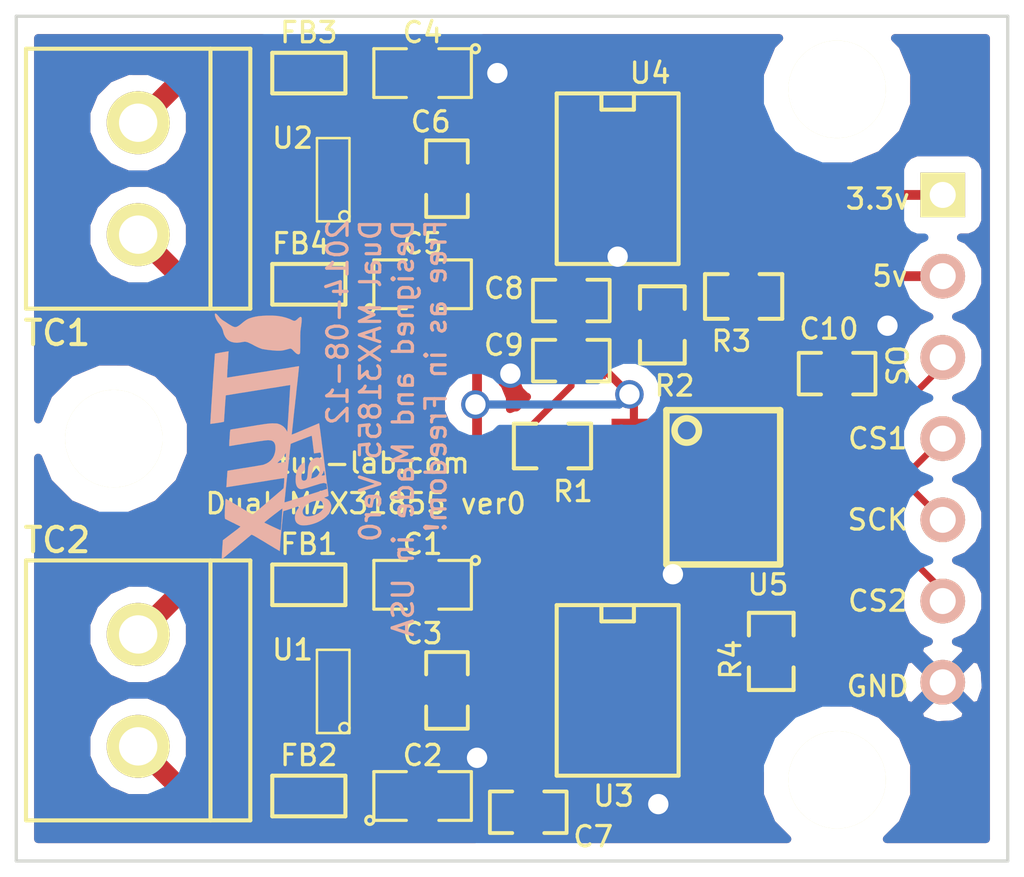
<source format=kicad_pcb>
(kicad_pcb (version 4) (host pcbnew "(2014-07-09 BZR 4988)-product")

  (general
    (links 56)
    (no_connects 0)
    (area 81.584799 78.6892 156.830486 127.7874)
    (thickness 1.6)
    (drawings 14)
    (tracks 147)
    (zones 0)
    (modules 30)
    (nets 28)
  )

  (page A4)
  (layers
    (0 F.Cu signal)
    (31 B.Cu signal)
    (36 B.SilkS user)
    (37 F.SilkS user)
    (38 B.Mask user)
    (39 F.Mask user)
    (44 Edge.Cuts user)
  )

  (setup
    (last_trace_width 0.254)
    (trace_clearance 0.254)
    (zone_clearance 0.508)
    (zone_45_only no)
    (trace_min 0.2032)
    (segment_width 0.2)
    (edge_width 0.1)
    (via_size 0.889)
    (via_drill 0.635)
    (via_min_size 0.889)
    (via_min_drill 0.508)
    (uvia_size 0.508)
    (uvia_drill 0.127)
    (uvias_allowed no)
    (uvia_min_size 0.508)
    (uvia_min_drill 0.127)
    (pcb_text_width 0.3)
    (pcb_text_size 1.5 1.5)
    (mod_edge_width 0.15)
    (mod_text_size 1 1)
    (mod_text_width 0.15)
    (pad_size 0.4318 1.397)
    (pad_drill 0)
    (pad_to_mask_clearance 0)
    (aux_axis_origin 0 0)
    (visible_elements FFFFFF7F)
    (pcbplotparams
      (layerselection 0x010f0_80000001)
      (usegerberextensions true)
      (excludeedgelayer true)
      (linewidth 0.050000)
      (plotframeref false)
      (viasonmask false)
      (mode 1)
      (useauxorigin false)
      (hpglpennumber 1)
      (hpglpenspeed 20)
      (hpglpendiameter 15)
      (hpglpenoverlay 2)
      (psnegative false)
      (psa4output false)
      (plotreference true)
      (plotvalue true)
      (plotinvisibletext false)
      (padsonsilk false)
      (subtractmaskfromsilk false)
      (outputformat 1)
      (mirror false)
      (drillshape 0)
      (scaleselection 1)
      (outputdirectory reflow_oven_ver0_gerber_20140814/))
  )

  (net 0 "")
  (net 1 GND)
  (net 2 "Net-(C1-Pad2)")
  (net 3 "Net-(C2-Pad1)")
  (net 4 "Net-(C4-Pad2)")
  (net 5 "Net-(C5-Pad1)")
  (net 6 3.3V)
  (net 7 "Net-(FB1-Pad1)")
  (net 8 "Net-(FB2-Pad1)")
  (net 9 "Net-(FB3-Pad1)")
  (net 10 "Net-(FB4-Pad1)")
  (net 11 CS1)
  (net 12 CS2)
  (net 13 SO)
  (net 14 SCK)
  (net 15 "Net-(R1-Pad1)")
  (net 16 "Net-(R2-Pad1)")
  (net 17 "Net-(R3-Pad1)")
  (net 18 "Net-(R4-Pad1)")
  (net 19 "Net-(U3-Pad8)")
  (net 20 "Net-(U4-Pad8)")
  (net 21 "Net-(R1-Pad2)")
  (net 22 "Net-(R2-Pad2)")
  (net 23 "Net-(R3-Pad2)")
  (net 24 "Net-(R4-Pad2)")
  (net 25 "Net-(U5-Pad6)")
  (net 26 "Net-(U5-Pad9)")
  (net 27 5V)

  (net_class Default "This is the default net class."
    (clearance 0.254)
    (trace_width 0.254)
    (via_dia 0.889)
    (via_drill 0.635)
    (uvia_dia 0.508)
    (uvia_drill 0.127)
    (add_net 3.3V)
    (add_net 5V)
    (add_net CS1)
    (add_net CS2)
    (add_net GND)
    (add_net "Net-(C1-Pad2)")
    (add_net "Net-(C2-Pad1)")
    (add_net "Net-(C4-Pad2)")
    (add_net "Net-(C5-Pad1)")
    (add_net "Net-(FB1-Pad1)")
    (add_net "Net-(FB2-Pad1)")
    (add_net "Net-(FB3-Pad1)")
    (add_net "Net-(FB4-Pad1)")
    (add_net "Net-(R1-Pad1)")
    (add_net "Net-(R1-Pad2)")
    (add_net "Net-(R2-Pad1)")
    (add_net "Net-(R2-Pad2)")
    (add_net "Net-(R3-Pad1)")
    (add_net "Net-(R3-Pad2)")
    (add_net "Net-(R4-Pad1)")
    (add_net "Net-(R4-Pad2)")
    (add_net "Net-(U3-Pad8)")
    (add_net "Net-(U4-Pad8)")
    (add_net "Net-(U5-Pad6)")
    (add_net "Net-(U5-Pad9)")
    (add_net SCK)
    (add_net SO)
  )

  (module Connect:SIL-7 (layer F.Cu) (tedit 53ED0270) (tstamp 53EC0220)
    (at 130.556 101.6 270)
    (descr "Connecteur 7 pins")
    (tags "CONN DEV")
    (path /53EC1AB1)
    (fp_text reference P3 (at 1.016 -12.192 270) (layer F.SilkS) hide
      (effects (font (size 1.72974 1.08712) (thickness 0.27178)))
    )
    (fp_text value CONN_7 (at 0 -2.54 270) (layer F.SilkS) hide
      (effects (font (size 1.524 1.016) (thickness 0.3048)))
    )
    (pad 1 thru_hole rect (at -7.62 0 270) (size 1.397 1.397) (drill 0.8128) (layers *.Cu *.Mask F.SilkS)
      (net 6 3.3V))
    (pad 2 thru_hole circle (at -5.08 0 270) (size 1.397 1.397) (drill 0.8128) (layers *.Cu *.SilkS *.Mask)
      (net 27 5V))
    (pad 3 thru_hole circle (at -2.54 0 270) (size 1.397 1.397) (drill 0.8128) (layers *.Cu *.SilkS *.Mask)
      (net 13 SO))
    (pad 4 thru_hole circle (at 0 0 270) (size 1.397 1.397) (drill 0.8128) (layers *.Cu *.SilkS *.Mask)
      (net 11 CS1))
    (pad 5 thru_hole circle (at 2.54 0 270) (size 1.397 1.397) (drill 0.8128) (layers *.Cu *.SilkS *.Mask)
      (net 14 SCK))
    (pad 6 thru_hole circle (at 5.08 0 270) (size 1.397 1.397) (drill 0.8128) (layers *.Cu *.SilkS *.Mask)
      (net 12 CS2))
    (pad 7 thru_hole circle (at 7.62 0 270) (size 1.397 1.397) (drill 0.8128) (layers *.Cu *.SilkS *.Mask)
      (net 1 GND))
  )

  (module SMD_Packages:SM0805 (layer F.Cu) (tedit 53EAD807) (tstamp 53EAA7B1)
    (at 114.3 106.172 180)
    (path /53CA6DDA)
    (attr smd)
    (fp_text reference C1 (at 0 1.27 180) (layer F.SilkS)
      (effects (font (size 0.635 0.635) (thickness 0.1016)))
    )
    (fp_text value C (at 0 0.381 180) (layer F.SilkS) hide
      (effects (font (size 0.50038 0.50038) (thickness 0.10922)))
    )
    (fp_circle (center -1.651 0.762) (end -1.651 0.635) (layer F.SilkS) (width 0.09906))
    (fp_line (start -0.508 0.762) (end -1.524 0.762) (layer F.SilkS) (width 0.09906))
    (fp_line (start -1.524 0.762) (end -1.524 -0.762) (layer F.SilkS) (width 0.09906))
    (fp_line (start -1.524 -0.762) (end -0.508 -0.762) (layer F.SilkS) (width 0.09906))
    (fp_line (start 0.508 -0.762) (end 1.524 -0.762) (layer F.SilkS) (width 0.09906))
    (fp_line (start 1.524 -0.762) (end 1.524 0.762) (layer F.SilkS) (width 0.09906))
    (fp_line (start 1.524 0.762) (end 0.508 0.762) (layer F.SilkS) (width 0.09906))
    (pad 1 smd rect (at -0.9525 0 180) (size 0.889 1.397) (layers F.Cu F.Mask)
      (net 1 GND))
    (pad 2 smd rect (at 0.9525 0 180) (size 0.889 1.397) (layers F.Cu F.Mask)
      (net 2 "Net-(C1-Pad2)"))
    (model smd/chip_cms.wrl
      (at (xyz 0 0 0))
      (scale (xyz 0.1 0.1 0.1))
      (rotate (xyz 0 0 0))
    )
  )

  (module SMD_Packages:SM0805 (layer F.Cu) (tedit 53EAE39E) (tstamp 53EAD805)
    (at 114.3 112.776)
    (path /53CA6DD4)
    (attr smd)
    (fp_text reference C2 (at 0 -1.27) (layer F.SilkS)
      (effects (font (size 0.635 0.635) (thickness 0.1016)))
    )
    (fp_text value C (at -19.304 1.016) (layer F.SilkS) hide
      (effects (font (size 0.50038 0.50038) (thickness 0.10922)))
    )
    (fp_circle (center -1.651 0.762) (end -1.651 0.635) (layer F.SilkS) (width 0.09906))
    (fp_line (start -0.508 0.762) (end -1.524 0.762) (layer F.SilkS) (width 0.09906))
    (fp_line (start -1.524 0.762) (end -1.524 -0.762) (layer F.SilkS) (width 0.09906))
    (fp_line (start -1.524 -0.762) (end -0.508 -0.762) (layer F.SilkS) (width 0.09906))
    (fp_line (start 0.508 -0.762) (end 1.524 -0.762) (layer F.SilkS) (width 0.09906))
    (fp_line (start 1.524 -0.762) (end 1.524 0.762) (layer F.SilkS) (width 0.09906))
    (fp_line (start 1.524 0.762) (end 0.508 0.762) (layer F.SilkS) (width 0.09906))
    (pad 1 smd rect (at -0.9525 0) (size 0.889 1.397) (layers F.Cu F.Mask)
      (net 3 "Net-(C2-Pad1)"))
    (pad 2 smd rect (at 0.9525 0) (size 0.889 1.397) (layers F.Cu F.Mask)
      (net 1 GND))
    (model smd/chip_cms.wrl
      (at (xyz 0 0 0))
      (scale (xyz 0.1 0.1 0.1))
      (rotate (xyz 0 0 0))
    )
  )

  (module SMD_Packages:SM0603_Capa (layer F.Cu) (tedit 53EAE291) (tstamp 53EAA2BE)
    (at 115.062 109.474 270)
    (path /53CA6DCE)
    (attr smd)
    (fp_text reference C3 (at -1.778 0.762 360) (layer F.SilkS)
      (effects (font (size 0.635 0.635) (thickness 0.1016)))
    )
    (fp_text value C (at -7.874 0.762 360) (layer F.SilkS) hide
      (effects (font (size 0.508 0.4572) (thickness 0.1143)))
    )
    (fp_line (start 0.50038 0.65024) (end 1.19888 0.65024) (layer F.SilkS) (width 0.11938))
    (fp_line (start -0.50038 0.65024) (end -1.19888 0.65024) (layer F.SilkS) (width 0.11938))
    (fp_line (start 0.50038 -0.65024) (end 1.19888 -0.65024) (layer F.SilkS) (width 0.11938))
    (fp_line (start -1.19888 -0.65024) (end -0.50038 -0.65024) (layer F.SilkS) (width 0.11938))
    (fp_line (start 1.19888 -0.635) (end 1.19888 0.635) (layer F.SilkS) (width 0.11938))
    (fp_line (start -1.19888 0.635) (end -1.19888 -0.635) (layer F.SilkS) (width 0.11938))
    (pad 1 smd rect (at -0.762 0 270) (size 0.635 1.143) (layers F.Cu F.Mask)
      (net 2 "Net-(C1-Pad2)"))
    (pad 2 smd rect (at 0.762 0 270) (size 0.635 1.143) (layers F.Cu F.Mask)
      (net 3 "Net-(C2-Pad1)"))
    (model smd\capacitors\C0603.wrl
      (at (xyz 0 0 0.001))
      (scale (xyz 0.5 0.5 0.5))
      (rotate (xyz 0 0 0))
    )
  )

  (module SMD_Packages:SM0805 (layer F.Cu) (tedit 53EAE3B5) (tstamp 53EAA2CB)
    (at 114.3 90.17 180)
    (path /53CA6E4B)
    (attr smd)
    (fp_text reference C4 (at 0 1.27 180) (layer F.SilkS)
      (effects (font (size 0.635 0.635) (thickness 0.1016)))
    )
    (fp_text value C (at 16.51 -0.508 180) (layer F.SilkS) hide
      (effects (font (size 0.50038 0.50038) (thickness 0.10922)))
    )
    (fp_circle (center -1.651 0.762) (end -1.651 0.635) (layer F.SilkS) (width 0.09906))
    (fp_line (start -0.508 0.762) (end -1.524 0.762) (layer F.SilkS) (width 0.09906))
    (fp_line (start -1.524 0.762) (end -1.524 -0.762) (layer F.SilkS) (width 0.09906))
    (fp_line (start -1.524 -0.762) (end -0.508 -0.762) (layer F.SilkS) (width 0.09906))
    (fp_line (start 0.508 -0.762) (end 1.524 -0.762) (layer F.SilkS) (width 0.09906))
    (fp_line (start 1.524 -0.762) (end 1.524 0.762) (layer F.SilkS) (width 0.09906))
    (fp_line (start 1.524 0.762) (end 0.508 0.762) (layer F.SilkS) (width 0.09906))
    (pad 1 smd rect (at -0.9525 0 180) (size 0.889 1.397) (layers F.Cu F.Mask)
      (net 1 GND))
    (pad 2 smd rect (at 0.9525 0 180) (size 0.889 1.397) (layers F.Cu F.Mask)
      (net 4 "Net-(C4-Pad2)"))
    (model smd/chip_cms.wrl
      (at (xyz 0 0 0))
      (scale (xyz 0.1 0.1 0.1))
      (rotate (xyz 0 0 0))
    )
  )

  (module SMD_Packages:SM0805 (layer F.Cu) (tedit 53EAE3BA) (tstamp 53EAA2D8)
    (at 114.3 96.774)
    (path /53CA6E45)
    (attr smd)
    (fp_text reference C5 (at 0 -1.27) (layer F.SilkS)
      (effects (font (size 0.635 0.635) (thickness 0.1016)))
    )
    (fp_text value C (at -17.018 0) (layer F.SilkS) hide
      (effects (font (size 0.50038 0.50038) (thickness 0.10922)))
    )
    (fp_circle (center -1.651 0.762) (end -1.651 0.635) (layer F.SilkS) (width 0.09906))
    (fp_line (start -0.508 0.762) (end -1.524 0.762) (layer F.SilkS) (width 0.09906))
    (fp_line (start -1.524 0.762) (end -1.524 -0.762) (layer F.SilkS) (width 0.09906))
    (fp_line (start -1.524 -0.762) (end -0.508 -0.762) (layer F.SilkS) (width 0.09906))
    (fp_line (start 0.508 -0.762) (end 1.524 -0.762) (layer F.SilkS) (width 0.09906))
    (fp_line (start 1.524 -0.762) (end 1.524 0.762) (layer F.SilkS) (width 0.09906))
    (fp_line (start 1.524 0.762) (end 0.508 0.762) (layer F.SilkS) (width 0.09906))
    (pad 1 smd rect (at -0.9525 0) (size 0.889 1.397) (layers F.Cu F.Mask)
      (net 5 "Net-(C5-Pad1)"))
    (pad 2 smd rect (at 0.9525 0) (size 0.889 1.397) (layers F.Cu F.Mask)
      (net 1 GND))
    (model smd/chip_cms.wrl
      (at (xyz 0 0 0))
      (scale (xyz 0.1 0.1 0.1))
      (rotate (xyz 0 0 0))
    )
  )

  (module SMD_Packages:SM0603_Capa (layer F.Cu) (tedit 53EAE3B0) (tstamp 53EAA2E4)
    (at 115.062 93.472 270)
    (path /53CA6E3F)
    (attr smd)
    (fp_text reference C6 (at -1.778 0.508 360) (layer F.SilkS)
      (effects (font (size 0.635 0.635) (thickness 0.1016)))
    )
    (fp_text value C (at -4.064 16.764 360) (layer F.SilkS) hide
      (effects (font (size 1 1) (thickness 0.15)))
    )
    (fp_line (start 0.50038 0.65024) (end 1.19888 0.65024) (layer F.SilkS) (width 0.11938))
    (fp_line (start -0.50038 0.65024) (end -1.19888 0.65024) (layer F.SilkS) (width 0.11938))
    (fp_line (start 0.50038 -0.65024) (end 1.19888 -0.65024) (layer F.SilkS) (width 0.11938))
    (fp_line (start -1.19888 -0.65024) (end -0.50038 -0.65024) (layer F.SilkS) (width 0.11938))
    (fp_line (start 1.19888 -0.635) (end 1.19888 0.635) (layer F.SilkS) (width 0.11938))
    (fp_line (start -1.19888 0.635) (end -1.19888 -0.635) (layer F.SilkS) (width 0.11938))
    (pad 1 smd rect (at -0.762 0 270) (size 0.635 1.143) (layers F.Cu F.Mask)
      (net 4 "Net-(C4-Pad2)"))
    (pad 2 smd rect (at 0.762 0 270) (size 0.635 1.143) (layers F.Cu F.Mask)
      (net 5 "Net-(C5-Pad1)"))
    (model smd\capacitors\C0603.wrl
      (at (xyz 0 0 0.001))
      (scale (xyz 0.5 0.5 0.5))
      (rotate (xyz 0 0 0))
    )
  )

  (module SMD_Packages:SM0603_Capa (layer F.Cu) (tedit 53ED0173) (tstamp 53ECE53D)
    (at 117.602 113.284 180)
    (path /53CA6DC8)
    (attr smd)
    (fp_text reference C7 (at -2.032 -0.762 180) (layer F.SilkS)
      (effects (font (size 0.635 0.635) (thickness 0.1016)))
    )
    (fp_text value C (at -19.558 0.508 270) (layer F.SilkS) hide
      (effects (font (size 0.508 0.4572) (thickness 0.1143)))
    )
    (fp_line (start 0.50038 0.65024) (end 1.19888 0.65024) (layer F.SilkS) (width 0.11938))
    (fp_line (start -0.50038 0.65024) (end -1.19888 0.65024) (layer F.SilkS) (width 0.11938))
    (fp_line (start 0.50038 -0.65024) (end 1.19888 -0.65024) (layer F.SilkS) (width 0.11938))
    (fp_line (start -1.19888 -0.65024) (end -0.50038 -0.65024) (layer F.SilkS) (width 0.11938))
    (fp_line (start 1.19888 -0.635) (end 1.19888 0.635) (layer F.SilkS) (width 0.11938))
    (fp_line (start -1.19888 0.635) (end -1.19888 -0.635) (layer F.SilkS) (width 0.11938))
    (pad 1 smd rect (at -0.762 0 180) (size 0.635 1.143) (layers F.Cu F.Mask)
      (net 6 3.3V))
    (pad 2 smd rect (at 0.762 0 180) (size 0.635 1.143) (layers F.Cu F.Mask)
      (net 1 GND))
    (model smd\capacitors\C0603.wrl
      (at (xyz 0 0 0.001))
      (scale (xyz 0.5 0.5 0.5))
      (rotate (xyz 0 0 0))
    )
  )

  (module SMD_Packages:SM0603_Capa (layer F.Cu) (tedit 53ED017D) (tstamp 53EAA2FC)
    (at 118.9482 97.282)
    (path /53CA6E39)
    (attr smd)
    (fp_text reference C8 (at -2.1082 -0.381) (layer F.SilkS)
      (effects (font (size 0.635 0.635) (thickness 0.1016)))
    )
    (fp_text value C (at -20.574 0.508 90) (layer F.SilkS) hide
      (effects (font (size 0.508 0.4572) (thickness 0.1143)))
    )
    (fp_line (start 0.50038 0.65024) (end 1.19888 0.65024) (layer F.SilkS) (width 0.11938))
    (fp_line (start -0.50038 0.65024) (end -1.19888 0.65024) (layer F.SilkS) (width 0.11938))
    (fp_line (start 0.50038 -0.65024) (end 1.19888 -0.65024) (layer F.SilkS) (width 0.11938))
    (fp_line (start -1.19888 -0.65024) (end -0.50038 -0.65024) (layer F.SilkS) (width 0.11938))
    (fp_line (start 1.19888 -0.635) (end 1.19888 0.635) (layer F.SilkS) (width 0.11938))
    (fp_line (start -1.19888 0.635) (end -1.19888 -0.635) (layer F.SilkS) (width 0.11938))
    (pad 1 smd rect (at -0.762 0) (size 0.635 1.143) (layers F.Cu F.Mask)
      (net 6 3.3V))
    (pad 2 smd rect (at 0.762 0) (size 0.635 1.143) (layers F.Cu F.Mask)
      (net 1 GND))
    (model smd\capacitors\C0603.wrl
      (at (xyz 0 0 0.001))
      (scale (xyz 0.5 0.5 0.5))
      (rotate (xyz 0 0 0))
    )
  )

  (module SMD_Packages:SM0603 (layer F.Cu) (tedit 53EAD752) (tstamp 53EAA306)
    (at 110.744 106.172)
    (path /53CA6DE0)
    (attr smd)
    (fp_text reference FB1 (at 0 -1.27) (layer F.SilkS)
      (effects (font (size 0.635 0.635) (thickness 0.1016)))
    )
    (fp_text value FILTER (at 0 0) (layer F.SilkS) hide
      (effects (font (size 0.508 0.4572) (thickness 0.1143)))
    )
    (fp_line (start -1.143 -0.635) (end 1.143 -0.635) (layer F.SilkS) (width 0.127))
    (fp_line (start 1.143 -0.635) (end 1.143 0.635) (layer F.SilkS) (width 0.127))
    (fp_line (start 1.143 0.635) (end -1.143 0.635) (layer F.SilkS) (width 0.127))
    (fp_line (start -1.143 0.635) (end -1.143 -0.635) (layer F.SilkS) (width 0.127))
    (pad 1 smd rect (at -0.762 0) (size 0.635 1.143) (layers F.Cu F.Mask)
      (net 7 "Net-(FB1-Pad1)"))
    (pad 2 smd rect (at 0.762 0) (size 0.635 1.143) (layers F.Cu F.Mask)
      (net 2 "Net-(C1-Pad2)"))
    (model smd\resistors\R0603.wrl
      (at (xyz 0 0 0.001))
      (scale (xyz 0.5 0.5 0.5))
      (rotate (xyz 0 0 0))
    )
  )

  (module SMD_Packages:SM0603 (layer F.Cu) (tedit 53EAD75F) (tstamp 53EAA788)
    (at 110.744 112.776)
    (path /53CA6DE6)
    (attr smd)
    (fp_text reference FB2 (at 0 -1.27) (layer F.SilkS)
      (effects (font (size 0.635 0.635) (thickness 0.1016)))
    )
    (fp_text value FILTER (at 0 0) (layer F.SilkS) hide
      (effects (font (size 0.508 0.4572) (thickness 0.1143)))
    )
    (fp_line (start -1.143 -0.635) (end 1.143 -0.635) (layer F.SilkS) (width 0.127))
    (fp_line (start 1.143 -0.635) (end 1.143 0.635) (layer F.SilkS) (width 0.127))
    (fp_line (start 1.143 0.635) (end -1.143 0.635) (layer F.SilkS) (width 0.127))
    (fp_line (start -1.143 0.635) (end -1.143 -0.635) (layer F.SilkS) (width 0.127))
    (pad 1 smd rect (at -0.762 0) (size 0.635 1.143) (layers F.Cu F.Mask)
      (net 8 "Net-(FB2-Pad1)"))
    (pad 2 smd rect (at 0.762 0) (size 0.635 1.143) (layers F.Cu F.Mask)
      (net 3 "Net-(C2-Pad1)"))
    (model smd\resistors\R0603.wrl
      (at (xyz 0 0 0.001))
      (scale (xyz 0.5 0.5 0.5))
      (rotate (xyz 0 0 0))
    )
  )

  (module SMD_Packages:SM0603 (layer F.Cu) (tedit 53EAD7F5) (tstamp 53EAA31A)
    (at 110.744 90.17)
    (path /53CA6E51)
    (attr smd)
    (fp_text reference FB3 (at 0 -1.27) (layer F.SilkS)
      (effects (font (size 0.635 0.635) (thickness 0.1016)))
    )
    (fp_text value FILTER (at 0 0) (layer F.SilkS) hide
      (effects (font (size 0.508 0.4572) (thickness 0.1143)))
    )
    (fp_line (start -1.143 -0.635) (end 1.143 -0.635) (layer F.SilkS) (width 0.127))
    (fp_line (start 1.143 -0.635) (end 1.143 0.635) (layer F.SilkS) (width 0.127))
    (fp_line (start 1.143 0.635) (end -1.143 0.635) (layer F.SilkS) (width 0.127))
    (fp_line (start -1.143 0.635) (end -1.143 -0.635) (layer F.SilkS) (width 0.127))
    (pad 1 smd rect (at -0.762 0) (size 0.635 1.143) (layers F.Cu F.Mask)
      (net 9 "Net-(FB3-Pad1)"))
    (pad 2 smd rect (at 0.762 0) (size 0.635 1.143) (layers F.Cu F.Mask)
      (net 4 "Net-(C4-Pad2)"))
    (model smd\resistors\R0603.wrl
      (at (xyz 0 0 0.001))
      (scale (xyz 0.5 0.5 0.5))
      (rotate (xyz 0 0 0))
    )
  )

  (module SMD_Packages:SM0603 (layer F.Cu) (tedit 53EAD830) (tstamp 53EAA324)
    (at 110.744 96.774)
    (path /53CA6E57)
    (attr smd)
    (fp_text reference FB4 (at -0.254 -1.27) (layer F.SilkS)
      (effects (font (size 0.635 0.635) (thickness 0.1016)))
    )
    (fp_text value FILTER (at 0 0) (layer F.SilkS) hide
      (effects (font (size 0.508 0.4572) (thickness 0.1143)))
    )
    (fp_line (start -1.143 -0.635) (end 1.143 -0.635) (layer F.SilkS) (width 0.127))
    (fp_line (start 1.143 -0.635) (end 1.143 0.635) (layer F.SilkS) (width 0.127))
    (fp_line (start 1.143 0.635) (end -1.143 0.635) (layer F.SilkS) (width 0.127))
    (fp_line (start -1.143 0.635) (end -1.143 -0.635) (layer F.SilkS) (width 0.127))
    (pad 1 smd rect (at -0.762 0) (size 0.635 1.143) (layers F.Cu F.Mask)
      (net 10 "Net-(FB4-Pad1)"))
    (pad 2 smd rect (at 0.762 0) (size 0.635 1.143) (layers F.Cu F.Mask)
      (net 5 "Net-(C5-Pad1)"))
    (model smd\resistors\R0603.wrl
      (at (xyz 0 0 0.001))
      (scale (xyz 0.5 0.5 0.5))
      (rotate (xyz 0 0 0))
    )
  )

  (module SMD_Packages:SM0603_Resistor (layer F.Cu) (tedit 53ED019F) (tstamp 53ECE700)
    (at 118.35892 101.83114)
    (path /53CA7540)
    (attr smd)
    (fp_text reference R1 (at 0.64008 1.41986) (layer F.SilkS)
      (effects (font (size 0.635 0.635) (thickness 0.1016)))
    )
    (fp_text value R (at -26.289 0.508 90) (layer F.SilkS) hide
      (effects (font (size 0.508 0.4572) (thickness 0.1143)))
    )
    (fp_line (start -0.50038 -0.6985) (end -1.2065 -0.6985) (layer F.SilkS) (width 0.127))
    (fp_line (start -1.2065 -0.6985) (end -1.2065 0.6985) (layer F.SilkS) (width 0.127))
    (fp_line (start -1.2065 0.6985) (end -0.50038 0.6985) (layer F.SilkS) (width 0.127))
    (fp_line (start 1.2065 -0.6985) (end 0.50038 -0.6985) (layer F.SilkS) (width 0.127))
    (fp_line (start 1.2065 -0.6985) (end 1.2065 0.6985) (layer F.SilkS) (width 0.127))
    (fp_line (start 1.2065 0.6985) (end 0.50038 0.6985) (layer F.SilkS) (width 0.127))
    (pad 1 smd rect (at -0.762 0) (size 0.635 1.143) (layers F.Cu F.Mask)
      (net 15 "Net-(R1-Pad1)"))
    (pad 2 smd rect (at 0.762 0) (size 0.635 1.143) (layers F.Cu F.Mask)
      (net 21 "Net-(R1-Pad2)"))
    (model smd\resistors\R0603.wrl
      (at (xyz 0 0 0.001))
      (scale (xyz 0.5 0.5 0.5))
      (rotate (xyz 0 0 0))
    )
  )

  (module SMD_Packages:SM0603_Resistor (layer F.Cu) (tedit 53ED01A7) (tstamp 53EAA361)
    (at 121.793 98.044 270)
    (path /53CA7594)
    (attr smd)
    (fp_text reference R2 (at 1.905 -0.381 360) (layer F.SilkS)
      (effects (font (size 0.635 0.635) (thickness 0.1016)))
    )
    (fp_text value R (at 10.16 1.524 360) (layer F.SilkS) hide
      (effects (font (size 0.508 0.4572) (thickness 0.1143)))
    )
    (fp_line (start -0.50038 -0.6985) (end -1.2065 -0.6985) (layer F.SilkS) (width 0.127))
    (fp_line (start -1.2065 -0.6985) (end -1.2065 0.6985) (layer F.SilkS) (width 0.127))
    (fp_line (start -1.2065 0.6985) (end -0.50038 0.6985) (layer F.SilkS) (width 0.127))
    (fp_line (start 1.2065 -0.6985) (end 0.50038 -0.6985) (layer F.SilkS) (width 0.127))
    (fp_line (start 1.2065 -0.6985) (end 1.2065 0.6985) (layer F.SilkS) (width 0.127))
    (fp_line (start 1.2065 0.6985) (end 0.50038 0.6985) (layer F.SilkS) (width 0.127))
    (pad 1 smd rect (at -0.762 0 270) (size 0.635 1.143) (layers F.Cu F.Mask)
      (net 16 "Net-(R2-Pad1)"))
    (pad 2 smd rect (at 0.762 0 270) (size 0.635 1.143) (layers F.Cu F.Mask)
      (net 22 "Net-(R2-Pad2)"))
    (model smd\resistors\R0603.wrl
      (at (xyz 0 0 0.001))
      (scale (xyz 0.5 0.5 0.5))
      (rotate (xyz 0 0 0))
    )
  )

  (module SMD_Packages:SM0603_Resistor (layer F.Cu) (tedit 53ED01AA) (tstamp 53EAA36D)
    (at 124.333 97.155 180)
    (path /53CA75E7)
    (attr smd)
    (fp_text reference R3 (at 0.381 -1.397 180) (layer F.SilkS)
      (effects (font (size 0.635 0.635) (thickness 0.1016)))
    )
    (fp_text value R (at 10.922 -0.254 270) (layer F.SilkS) hide
      (effects (font (size 0.508 0.4572) (thickness 0.1143)))
    )
    (fp_line (start -0.50038 -0.6985) (end -1.2065 -0.6985) (layer F.SilkS) (width 0.127))
    (fp_line (start -1.2065 -0.6985) (end -1.2065 0.6985) (layer F.SilkS) (width 0.127))
    (fp_line (start -1.2065 0.6985) (end -0.50038 0.6985) (layer F.SilkS) (width 0.127))
    (fp_line (start 1.2065 -0.6985) (end 0.50038 -0.6985) (layer F.SilkS) (width 0.127))
    (fp_line (start 1.2065 -0.6985) (end 1.2065 0.6985) (layer F.SilkS) (width 0.127))
    (fp_line (start 1.2065 0.6985) (end 0.50038 0.6985) (layer F.SilkS) (width 0.127))
    (pad 1 smd rect (at -0.762 0 180) (size 0.635 1.143) (layers F.Cu F.Mask)
      (net 17 "Net-(R3-Pad1)"))
    (pad 2 smd rect (at 0.762 0 180) (size 0.635 1.143) (layers F.Cu F.Mask)
      (net 23 "Net-(R3-Pad2)"))
    (model smd\resistors\R0603.wrl
      (at (xyz 0 0 0.001))
      (scale (xyz 0.5 0.5 0.5))
      (rotate (xyz 0 0 0))
    )
  )

  (module SMD_Packages:SM0603_Resistor (layer F.Cu) (tedit 53EAE296) (tstamp 53EAA379)
    (at 125.1966 108.2548 90)
    (path /53EAB423)
    (attr smd)
    (fp_text reference R4 (at -0.254 -1.27 90) (layer F.SilkS)
      (effects (font (size 0.635 0.635) (thickness 0.1016)))
    )
    (fp_text value R (at -1.524 -8.128 180) (layer F.SilkS) hide
      (effects (font (size 0.508 0.4572) (thickness 0.1143)))
    )
    (fp_line (start -0.50038 -0.6985) (end -1.2065 -0.6985) (layer F.SilkS) (width 0.127))
    (fp_line (start -1.2065 -0.6985) (end -1.2065 0.6985) (layer F.SilkS) (width 0.127))
    (fp_line (start -1.2065 0.6985) (end -0.50038 0.6985) (layer F.SilkS) (width 0.127))
    (fp_line (start 1.2065 -0.6985) (end 0.50038 -0.6985) (layer F.SilkS) (width 0.127))
    (fp_line (start 1.2065 -0.6985) (end 1.2065 0.6985) (layer F.SilkS) (width 0.127))
    (fp_line (start 1.2065 0.6985) (end 0.50038 0.6985) (layer F.SilkS) (width 0.127))
    (pad 1 smd rect (at -0.762 0 90) (size 0.635 1.143) (layers F.Cu F.Mask)
      (net 18 "Net-(R4-Pad1)"))
    (pad 2 smd rect (at 0.762 0 90) (size 0.635 1.143) (layers F.Cu F.Mask)
      (net 24 "Net-(R4-Pad2)"))
    (model smd\resistors\R0603.wrl
      (at (xyz 0 0 0.001))
      (scale (xyz 0.5 0.5 0.5))
      (rotate (xyz 0 0 0))
    )
  )

  (module SMD_Packages:SOT23 (layer F.Cu) (tedit 53EAE28B) (tstamp 53EAA795)
    (at 111.506 109.474 90)
    (tags SOT23)
    (path /53CA6DEC)
    (fp_text reference U1 (at 1.27 -1.27 180) (layer F.SilkS)
      (effects (font (size 0.635 0.635) (thickness 0.1016)))
    )
    (fp_text value NUP2105 (at 0 -12.954 90) (layer F.SilkS) hide
      (effects (font (size 0.50038 0.50038) (thickness 0.09906)))
    )
    (fp_circle (center -1.17602 0.35052) (end -1.30048 0.44958) (layer F.SilkS) (width 0.07874))
    (fp_line (start 1.27 -0.508) (end 1.27 0.508) (layer F.SilkS) (width 0.07874))
    (fp_line (start -1.3335 -0.508) (end -1.3335 0.508) (layer F.SilkS) (width 0.07874))
    (fp_line (start 1.27 0.508) (end -1.3335 0.508) (layer F.SilkS) (width 0.07874))
    (fp_line (start -1.3335 -0.508) (end 1.27 -0.508) (layer F.SilkS) (width 0.07874))
    (pad 3 smd rect (at 0 -1.09982 90) (size 0.8001 1.00076) (layers F.Cu F.Mask)
      (net 1 GND))
    (pad 2 smd rect (at 0.9525 1.09982 90) (size 0.8001 1.00076) (layers F.Cu F.Mask)
      (net 2 "Net-(C1-Pad2)"))
    (pad 1 smd rect (at -0.9525 1.09982 90) (size 0.8001 1.00076) (layers F.Cu F.Mask)
      (net 3 "Net-(C2-Pad1)"))
    (model smd\SOT23_3.wrl
      (at (xyz 0 0 0))
      (scale (xyz 0.4 0.4 0.4))
      (rotate (xyz 0 0 180))
    )
  )

  (module SMD_Packages:SOT23 (layer F.Cu) (tedit 53EAE392) (tstamp 53EAA391)
    (at 111.506 93.472 90)
    (tags SOT23)
    (path /53CA6E5D)
    (fp_text reference U2 (at 1.27 -1.27 180) (layer F.SilkS)
      (effects (font (size 0.635 0.635) (thickness 0.1016)))
    )
    (fp_text value NUP2105 (at -0.254 -13.716 90) (layer F.SilkS) hide
      (effects (font (size 0.50038 0.50038) (thickness 0.09906)))
    )
    (fp_circle (center -1.17602 0.35052) (end -1.30048 0.44958) (layer F.SilkS) (width 0.07874))
    (fp_line (start 1.27 -0.508) (end 1.27 0.508) (layer F.SilkS) (width 0.07874))
    (fp_line (start -1.3335 -0.508) (end -1.3335 0.508) (layer F.SilkS) (width 0.07874))
    (fp_line (start 1.27 0.508) (end -1.3335 0.508) (layer F.SilkS) (width 0.07874))
    (fp_line (start -1.3335 -0.508) (end 1.27 -0.508) (layer F.SilkS) (width 0.07874))
    (pad 3 smd rect (at 0 -1.09982 90) (size 0.8001 1.00076) (layers F.Cu F.Mask)
      (net 1 GND))
    (pad 2 smd rect (at 0.9525 1.09982 90) (size 0.8001 1.00076) (layers F.Cu F.Mask)
      (net 4 "Net-(C4-Pad2)"))
    (pad 1 smd rect (at -0.9525 1.09982 90) (size 0.8001 1.00076) (layers F.Cu F.Mask)
      (net 5 "Net-(C5-Pad1)"))
    (model smd\SOT23_3.wrl
      (at (xyz 0 0 0))
      (scale (xyz 0.4 0.4 0.4))
      (rotate (xyz 0 0 180))
    )
  )

  (module SMD_Packages:SO8E (layer F.Cu) (tedit 53ED016C) (tstamp 53EAA3A5)
    (at 120.396 109.474 270)
    (descr "module CMS SOJ 8 pins etroit")
    (tags "CMS SOJ")
    (path /53CA6DBC)
    (attr smd)
    (fp_text reference U3 (at 3.302 0.127 360) (layer F.SilkS)
      (effects (font (size 0.635 0.635) (thickness 0.1016)))
    )
    (fp_text value MAX31855 (at -14.224 -0.762 270) (layer F.SilkS) hide
      (effects (font (size 0.889 0.889) (thickness 0.1524)))
    )
    (fp_line (start -2.667 1.778) (end -2.667 1.905) (layer F.SilkS) (width 0.127))
    (fp_line (start -2.667 1.905) (end 2.667 1.905) (layer F.SilkS) (width 0.127))
    (fp_line (start 2.667 -1.905) (end -2.667 -1.905) (layer F.SilkS) (width 0.127))
    (fp_line (start -2.667 -1.905) (end -2.667 1.778) (layer F.SilkS) (width 0.127))
    (fp_line (start -2.667 -0.508) (end -2.159 -0.508) (layer F.SilkS) (width 0.127))
    (fp_line (start -2.159 -0.508) (end -2.159 0.508) (layer F.SilkS) (width 0.127))
    (fp_line (start -2.159 0.508) (end -2.667 0.508) (layer F.SilkS) (width 0.127))
    (fp_line (start 2.667 -1.905) (end 2.667 1.905) (layer F.SilkS) (width 0.127))
    (pad 8 smd rect (at -1.905 -2.667 270) (size 0.59944 1.39954) (layers F.Cu F.Mask)
      (net 19 "Net-(U3-Pad8)"))
    (pad 1 smd rect (at -1.905 2.667 270) (size 0.59944 1.39954) (layers F.Cu F.Mask)
      (net 1 GND))
    (pad 7 smd rect (at -0.635 -2.667 270) (size 0.59944 1.39954) (layers F.Cu F.Mask)
      (net 15 "Net-(R1-Pad1)"))
    (pad 6 smd rect (at 0.635 -2.667 270) (size 0.59944 1.39954) (layers F.Cu F.Mask)
      (net 18 "Net-(R4-Pad1)"))
    (pad 5 smd rect (at 1.905 -2.667 270) (size 0.59944 1.39954) (layers F.Cu F.Mask)
      (net 17 "Net-(R3-Pad1)"))
    (pad 2 smd rect (at -0.635 2.667 270) (size 0.59944 1.39954) (layers F.Cu F.Mask)
      (net 2 "Net-(C1-Pad2)"))
    (pad 3 smd rect (at 0.635 2.667 270) (size 0.59944 1.39954) (layers F.Cu F.Mask)
      (net 3 "Net-(C2-Pad1)"))
    (pad 4 smd rect (at 1.905 2.667 270) (size 0.59944 1.39954) (layers F.Cu F.Mask)
      (net 6 3.3V))
    (model smd/cms_so8.wrl
      (at (xyz 0 0 0))
      (scale (xyz 0.5 0.32 0.5))
      (rotate (xyz 0 0 0))
    )
  )

  (module SMD_Packages:SO8E (layer F.Cu) (tedit 53EAE397) (tstamp 53EAA3B9)
    (at 120.396 93.472 270)
    (descr "module CMS SOJ 8 pins etroit")
    (tags "CMS SOJ")
    (path /53CA6E2D)
    (attr smd)
    (fp_text reference U4 (at -3.302 -1.016 360) (layer F.SilkS)
      (effects (font (size 0.635 0.635) (thickness 0.1016)))
    )
    (fp_text value MAX31855 (at 9.398 35.052 270) (layer F.SilkS) hide
      (effects (font (size 0.889 0.889) (thickness 0.1524)))
    )
    (fp_line (start -2.667 1.778) (end -2.667 1.905) (layer F.SilkS) (width 0.127))
    (fp_line (start -2.667 1.905) (end 2.667 1.905) (layer F.SilkS) (width 0.127))
    (fp_line (start 2.667 -1.905) (end -2.667 -1.905) (layer F.SilkS) (width 0.127))
    (fp_line (start -2.667 -1.905) (end -2.667 1.778) (layer F.SilkS) (width 0.127))
    (fp_line (start -2.667 -0.508) (end -2.159 -0.508) (layer F.SilkS) (width 0.127))
    (fp_line (start -2.159 -0.508) (end -2.159 0.508) (layer F.SilkS) (width 0.127))
    (fp_line (start -2.159 0.508) (end -2.667 0.508) (layer F.SilkS) (width 0.127))
    (fp_line (start 2.667 -1.905) (end 2.667 1.905) (layer F.SilkS) (width 0.127))
    (pad 8 smd rect (at -1.905 -2.667 270) (size 0.59944 1.39954) (layers F.Cu F.Mask)
      (net 20 "Net-(U4-Pad8)"))
    (pad 1 smd rect (at -1.905 2.667 270) (size 0.59944 1.39954) (layers F.Cu F.Mask)
      (net 1 GND))
    (pad 7 smd rect (at -0.635 -2.667 270) (size 0.59944 1.39954) (layers F.Cu F.Mask)
      (net 15 "Net-(R1-Pad1)"))
    (pad 6 smd rect (at 0.635 -2.667 270) (size 0.59944 1.39954) (layers F.Cu F.Mask)
      (net 16 "Net-(R2-Pad1)"))
    (pad 5 smd rect (at 1.905 -2.667 270) (size 0.59944 1.39954) (layers F.Cu F.Mask)
      (net 17 "Net-(R3-Pad1)"))
    (pad 2 smd rect (at -0.635 2.667 270) (size 0.59944 1.39954) (layers F.Cu F.Mask)
      (net 4 "Net-(C4-Pad2)"))
    (pad 3 smd rect (at 0.635 2.667 270) (size 0.59944 1.39954) (layers F.Cu F.Mask)
      (net 5 "Net-(C5-Pad1)"))
    (pad 4 smd rect (at 1.905 2.667 270) (size 0.59944 1.39954) (layers F.Cu F.Mask)
      (net 6 3.3V))
    (model smd/cms_so8.wrl
      (at (xyz 0 0 0))
      (scale (xyz 0.5 0.32 0.5))
      (rotate (xyz 0 0 0))
    )
  )

  (module ReflowOven:MountingHole-4-40 (layer F.Cu) (tedit 53ED0303) (tstamp 53EAE5C8)
    (at 127.254 90.678)
    (fp_text reference MountingHole-4-40 (at 17.4498 32.4866) (layer F.SilkS) hide
      (effects (font (thickness 0.3048)))
    )
    (fp_text value VAL** (at 0 -10.2108) (layer F.SilkS) hide
      (effects (font (thickness 0.3048)))
    )
    (pad "" np_thru_hole circle (at 0 0) (size 3.048 3.048) (drill 3.048) (layers *.Cu *.Mask F.SilkS)
      (clearance 0.762))
  )

  (module ReflowOven:MountingHole-4-40 (layer F.Cu) (tedit 53ED030A) (tstamp 53EAE5D1)
    (at 127.254 112.268)
    (fp_text reference MountingHole-4-40 (at 0 14.0462) (layer F.SilkS) hide
      (effects (font (thickness 0.3048)))
    )
    (fp_text value VAL** (at 16.256 -10.16) (layer F.SilkS) hide
      (effects (font (thickness 0.3048)))
    )
    (pad "" np_thru_hole circle (at 0 0) (size 3.048 3.048) (drill 3.048) (layers *.Cu *.Mask F.SilkS)
      (clearance 0.762))
  )

  (module ReflowOven:MountingHole-4-40 (layer F.Cu) (tedit 53ED02FC) (tstamp 53EAE5DA)
    (at 104.648 101.6)
    (fp_text reference MountingHole-4-40 (at -6.604 22.352) (layer F.SilkS) hide
      (effects (font (thickness 0.3048)))
    )
    (fp_text value VAL** (at -13.462 -1.016) (layer F.SilkS) hide
      (effects (font (thickness 0.3048)))
    )
    (pad "" np_thru_hole circle (at 0 0) (size 3.048 3.048) (drill 3.048) (layers *.Cu *.Mask F.SilkS)
      (clearance 0.762))
  )

  (module ReflowOven:TuxLabLogoR (layer F.Cu) (tedit 53EAE413) (tstamp 53EAEAAE)
    (at 109.474 101.473 90)
    (fp_text reference G*** (at 0.2032 5.3594 90) (layer B.SilkS) hide
      (effects (font (thickness 0.3048)))
    )
    (fp_text value TuxLabLogoR (at 0.1016 -4.9784 90) (layer B.SilkS) hide
      (effects (font (thickness 0.3048)))
    )
    (fp_poly (pts (xy 2.6035 -1.23952) (xy 2.6035 -1.23698) (xy 2.59588 -1.23698) (xy 2.57048 -1.23952)
      (xy 2.53492 -1.24206) (xy 2.48412 -1.2446) (xy 2.4257 -1.24714) (xy 2.35966 -1.25222)
      (xy 2.28346 -1.2573) (xy 2.22504 -1.25984) (xy 2.1463 -1.26746) (xy 2.0701 -1.27)
      (xy 2.00152 -1.27508) (xy 1.94056 -1.27762) (xy 1.88976 -1.28016) (xy 1.84912 -1.2827)
      (xy 1.82372 -1.28524) (xy 1.81356 -1.2827) (xy 1.78054 -1.2827) (xy 1.9558 -0.18034)
      (xy 1.97612 -0.04572) (xy 1.99898 0.08128) (xy 2.01676 0.20574) (xy 2.03708 0.32512)
      (xy 2.05486 0.43688) (xy 2.0701 0.53848) (xy 2.08534 0.63246) (xy 2.10058 0.71628)
      (xy 2.11074 0.7874) (xy 2.1209 0.84582) (xy 2.12852 0.89154) (xy 2.1336 0.92202)
      (xy 2.13614 0.9398) (xy 2.13614 0.9398) (xy 2.13614 0.95758) (xy 2.12852 0.96266)
      (xy 2.11582 0.9652) (xy 2.10566 0.96266) (xy 2.07772 0.96012) (xy 2.03454 0.95504)
      (xy 1.97866 0.94996) (xy 1.91262 0.94234) (xy 1.83134 0.93472) (xy 1.74244 0.92456)
      (xy 1.64084 0.9144) (xy 1.53162 0.9017) (xy 1.41732 0.889) (xy 1.2954 0.8763)
      (xy 1.16586 0.8636) (xy 1.04902 0.84836) (xy 0.91694 0.83566) (xy 0.78994 0.82042)
      (xy 0.67056 0.80772) (xy 0.55626 0.79502) (xy 0.44958 0.78486) (xy 0.35052 0.7747)
      (xy 0.26416 0.76454) (xy 0.18542 0.75692) (xy 0.12192 0.7493) (xy 0.06858 0.74422)
      (xy 0.03048 0.73914) (xy 0.00762 0.7366) (xy 0 0.7366) (xy 0 0.74422)
      (xy 0.01016 0.76708) (xy 0.02286 0.80264) (xy 0.04064 0.84836) (xy 0.0635 0.90424)
      (xy 0.09144 0.96774) (xy 0.12192 1.0414) (xy 0.15494 1.1176) (xy 0.17526 1.16586)
      (xy 0.20828 1.2446) (xy 0.2413 1.3208) (xy 0.26924 1.38938) (xy 0.29464 1.45034)
      (xy 0.3175 1.50368) (xy 0.33528 1.54432) (xy 0.34798 1.5748) (xy 0.35306 1.59004)
      (xy 0.35306 1.59512) (xy 0.34544 1.59512) (xy 0.32004 1.59766) (xy 0.28194 1.60528)
      (xy 0.23114 1.61036) (xy 0.1651 1.62052) (xy 0.09144 1.63068) (xy 0.00762 1.64084)
      (xy -0.0381 1.64592) (xy -0.0381 1.36144) (xy -0.04064 1.35128) (xy -0.04826 1.33096)
      (xy -0.05842 1.29794) (xy -0.0762 1.25222) (xy -0.09398 1.20142) (xy -0.11684 1.14554)
      (xy -0.1397 1.08458) (xy -0.1651 1.02362) (xy -0.18796 0.96012) (xy -0.21082 0.9017)
      (xy -0.23368 0.84582) (xy -0.25146 0.79756) (xy -0.26924 0.75692) (xy -0.28194 0.72644)
      (xy -0.28956 0.70866) (xy -0.28956 0.70358) (xy -0.29972 0.70358) (xy -0.32258 0.6985)
      (xy -0.36068 0.69596) (xy -0.41402 0.68834) (xy -0.47498 0.68072) (xy -0.54864 0.6731)
      (xy -0.5842 0.67056) (xy -0.5842 0.55372) (xy -0.5842 0.55118) (xy -0.59182 0.54356)
      (xy -0.61214 0.52832) (xy -0.63754 0.508) (xy -0.66548 0.49022) (xy -0.71882 0.45212)
      (xy -0.77216 0.40386) (xy -0.81534 0.36322) (xy -0.84328 0.33274) (xy -0.86614 0.30988)
      (xy -0.88392 0.29464) (xy -0.89154 0.28702) (xy -0.89154 0.28702) (xy -0.89154 0.29718)
      (xy -0.889 0.3175) (xy -0.88392 0.35052) (xy -0.87884 0.38608) (xy -0.87376 0.42418)
      (xy -0.86868 0.46228) (xy -0.8636 0.4953) (xy -0.85852 0.51562) (xy -0.85852 0.5207)
      (xy -0.85598 0.52832) (xy -0.8509 0.5334) (xy -0.8382 0.53594) (xy -0.81788 0.54102)
      (xy -0.7874 0.54356) (xy -0.74168 0.5461) (xy -0.72898 0.5461) (xy -0.68326 0.54864)
      (xy -0.64516 0.55118) (xy -0.61468 0.55372) (xy -0.5969 0.55626) (xy -0.59182 0.55626)
      (xy -0.5842 0.55372) (xy -0.5842 0.67056) (xy -0.62992 0.66548) (xy -0.71882 0.65532)
      (xy -0.81534 0.64516) (xy -0.91694 0.635) (xy -1.02108 0.6223) (xy -1.12776 0.61214)
      (xy -1.23444 0.59944) (xy -1.34112 0.58928) (xy -1.4478 0.57658) (xy -1.5494 0.56642)
      (xy -1.64846 0.55626) (xy -1.7399 0.5461) (xy -1.82626 0.53848) (xy -1.90246 0.53086)
      (xy -1.97104 0.52324) (xy -2.02692 0.51816) (xy -2.07264 0.51308) (xy -2.10312 0.51054)
      (xy -2.11836 0.508) (xy -2.1209 0.508) (xy -2.11836 0.51816) (xy -2.11328 0.54102)
      (xy -2.10312 0.57912) (xy -2.08788 0.62738) (xy -2.0701 0.6858) (xy -2.04724 0.75692)
      (xy -2.02438 0.83312) (xy -1.99644 0.91694) (xy -1.9685 1.00584) (xy -1.96088 1.03378)
      (xy -1.9177 1.16586) (xy -1.8796 1.2827) (xy -1.84658 1.38684) (xy -1.81864 1.47574)
      (xy -1.79324 1.55448) (xy -1.77292 1.61798) (xy -1.75514 1.67386) (xy -1.7399 1.71958)
      (xy -1.7272 1.75514) (xy -1.71704 1.78562) (xy -1.70942 1.80594) (xy -1.70434 1.82118)
      (xy -1.69926 1.83388) (xy -1.69672 1.83896) (xy -1.69418 1.8415) (xy -1.69164 1.84404)
      (xy -1.6891 1.8415) (xy -1.68656 1.8415) (xy -1.68656 1.8415) (xy -1.67132 1.83896)
      (xy -1.64338 1.83642) (xy -1.61036 1.83134) (xy -1.6002 1.83134) (xy -1.56464 1.8288)
      (xy -1.54432 1.82372) (xy -1.53416 1.81864) (xy -1.53162 1.81102) (xy -1.53162 1.81102)
      (xy -1.53162 1.79324) (xy -1.524 1.778) (xy -1.51892 1.7653) (xy -1.51638 1.75006)
      (xy -1.51638 1.7272) (xy -1.52146 1.7018) (xy -1.52908 1.66624) (xy -1.53924 1.62052)
      (xy -1.55702 1.56464) (xy -1.57734 1.49606) (xy -1.60274 1.41224) (xy -1.60782 1.39954)
      (xy -1.63322 1.31572) (xy -1.65608 1.2446) (xy -1.67386 1.18618) (xy -1.68656 1.13792)
      (xy -1.69672 1.09982) (xy -1.70434 1.07188) (xy -1.70688 1.04902) (xy -1.70942 1.0287)
      (xy -1.70688 1.01346) (xy -1.70688 1.00584) (xy -1.6891 0.96012) (xy -1.65862 0.92202)
      (xy -1.6129 0.89154) (xy -1.55448 0.87122) (xy -1.4859 0.85852) (xy -1.40462 0.85598)
      (xy -1.31064 0.86106) (xy -1.29286 0.8636) (xy -1.1938 0.88138) (xy -1.1049 0.90932)
      (xy -1.0287 0.94742) (xy -0.9652 0.99568) (xy -0.96012 1.0033) (xy -0.93726 1.02616)
      (xy -0.91694 1.0541) (xy -0.89662 1.08458) (xy -0.88138 1.10998) (xy -0.87376 1.1303)
      (xy -0.87376 1.14046) (xy -0.88392 1.143) (xy -0.90678 1.143) (xy -0.94234 1.14554)
      (xy -0.98298 1.14808) (xy -0.99314 1.14808) (xy -1.1049 1.15316) (xy -1.12268 1.12268)
      (xy -1.15824 1.08458) (xy -1.20396 1.05664) (xy -1.25984 1.0414) (xy -1.32588 1.03886)
      (xy -1.35382 1.0414) (xy -1.38684 1.04648) (xy -1.4097 1.0541) (xy -1.42494 1.0668)
      (xy -1.42748 1.06934) (xy -1.44272 1.09982) (xy -1.44272 1.13284) (xy -1.43002 1.16586)
      (xy -1.41732 1.1811) (xy -1.40462 1.19634) (xy -1.38684 1.2065) (xy -1.36144 1.21412)
      (xy -1.32842 1.22174) (xy -1.28524 1.22682) (xy -1.22682 1.2319) (xy -1.18364 1.23444)
      (xy -1.13538 1.23952) (xy -1.08712 1.2446) (xy -1.04648 1.24714) (xy -1.016 1.25222)
      (xy -1.01092 1.25222) (xy -0.94996 1.27) (xy -0.889 1.2954) (xy -0.83566 1.32842)
      (xy -0.79502 1.3589) (xy -0.75946 1.40716) (xy -0.73406 1.45796) (xy -0.72136 1.5113)
      (xy -0.72136 1.5621) (xy -0.73406 1.61036) (xy -0.75946 1.65354) (xy -0.762 1.65608)
      (xy -0.77216 1.66878) (xy -0.7747 1.6764) (xy -0.77216 1.6764) (xy -0.75946 1.67386)
      (xy -0.73406 1.66878) (xy -0.70104 1.6637) (xy -0.66548 1.65608) (xy -0.62738 1.64846)
      (xy -0.5969 1.64338) (xy -0.57404 1.6383) (xy -0.56388 1.63322) (xy -0.56388 1.63322)
      (xy -0.56388 1.62306) (xy -0.56642 1.6002) (xy -0.56896 1.56718) (xy -0.57658 1.53162)
      (xy -0.58166 1.49352) (xy -0.58674 1.46304) (xy -0.58928 1.44018) (xy -0.58928 1.43256)
      (xy -0.58166 1.43256) (xy -0.55626 1.42748) (xy -0.5207 1.4224) (xy -0.47244 1.41732)
      (xy -0.41656 1.4097) (xy -0.3556 1.40208) (xy -0.31496 1.397) (xy -0.24892 1.38938)
      (xy -0.18796 1.38176) (xy -0.13462 1.37414) (xy -0.09144 1.36906) (xy -0.05842 1.36398)
      (xy -0.04064 1.36144) (xy -0.0381 1.36144) (xy -0.0381 1.64592) (xy -0.08382 1.65354)
      (xy -0.18542 1.66624) (xy -0.28956 1.67894) (xy -0.40132 1.69418) (xy -0.51816 1.70942)
      (xy -0.635 1.72466) (xy -0.75438 1.7399) (xy -0.87376 1.75514) (xy -0.97028 1.76784)
      (xy -0.97028 1.50622) (xy -0.98044 1.47066) (xy -1.00076 1.43764) (xy -1.00584 1.43256)
      (xy -1.02616 1.41478) (xy -1.05156 1.40208) (xy -1.08712 1.39192) (xy -1.13284 1.3843)
      (xy -1.17094 1.37922) (xy -1.21666 1.3716) (xy -1.26492 1.36398) (xy -1.30556 1.3589)
      (xy -1.31064 1.35636) (xy -1.34112 1.35128) (xy -1.36398 1.34874) (xy -1.37668 1.34874)
      (xy -1.37668 1.34874) (xy -1.37414 1.35636) (xy -1.36906 1.37668) (xy -1.36144 1.40462)
      (xy -1.35128 1.4351) (xy -1.33858 1.46304) (xy -1.32842 1.4859) (xy -1.32842 1.48844)
      (xy -1.29794 1.53162) (xy -1.25222 1.56972) (xy -1.19888 1.59766) (xy -1.15824 1.60782)
      (xy -1.12522 1.61036) (xy -1.08458 1.61036) (xy -1.04648 1.60274) (xy -1.016 1.59512)
      (xy -1.01092 1.59258) (xy -0.98552 1.57226) (xy -0.97282 1.54178) (xy -0.97028 1.50622)
      (xy -0.97028 1.76784) (xy -0.99314 1.77038) (xy -1.10744 1.78562) (xy -1.1303 1.78816)
      (xy -1.1303 1.74244) (xy -1.13538 1.73736) (xy -1.15062 1.72974) (xy -1.16078 1.7272)
      (xy -1.18872 1.71704) (xy -1.22174 1.7018) (xy -1.23952 1.69164) (xy -1.2827 1.66624)
      (xy -1.28016 1.70688) (xy -1.27762 1.73736) (xy -1.27254 1.75514) (xy -1.26492 1.7653)
      (xy -1.24968 1.76784) (xy -1.22174 1.76276) (xy -1.1938 1.75768) (xy -1.16332 1.7526)
      (xy -1.14046 1.74752) (xy -1.1303 1.74244) (xy -1.1303 1.78816) (xy -1.22174 1.80086)
      (xy -1.33096 1.81356) (xy -1.43256 1.82626) (xy -1.52908 1.83896) (xy -1.61544 1.85166)
      (xy -1.69418 1.86182) (xy -1.76276 1.86944) (xy -1.81864 1.87706) (xy -1.86436 1.88214)
      (xy -1.8923 1.88468) (xy -1.90754 1.88722) (xy -1.90754 1.88722) (xy -1.9177 1.88468)
      (xy -1.92532 1.87452) (xy -1.93548 1.8542) (xy -1.94818 1.82118) (xy -1.95072 1.81356)
      (xy -1.97358 1.7399) (xy -1.98882 1.78308) (xy -2.01676 1.84404) (xy -2.0574 1.89484)
      (xy -2.0701 1.90246) (xy -2.0701 1.54178) (xy -2.07264 1.49352) (xy -2.08026 1.4478)
      (xy -2.08534 1.4224) (xy -2.10312 1.36652) (xy -2.12598 1.31064) (xy -2.15392 1.25984)
      (xy -2.18186 1.21412) (xy -2.19964 1.19126) (xy -2.2479 1.14554) (xy -2.2987 1.10998)
      (xy -2.3495 1.08712) (xy -2.4003 1.07696) (xy -2.44602 1.0795) (xy -2.4892 1.09474)
      (xy -2.52476 1.12268) (xy -2.54508 1.15316) (xy -2.55524 1.18364) (xy -2.56032 1.22682)
      (xy -2.55778 1.28016) (xy -2.55016 1.33604) (xy -2.53746 1.39192) (xy -2.53492 1.39954)
      (xy -2.50444 1.48336) (xy -2.46888 1.55956) (xy -2.42824 1.62052) (xy -2.38252 1.67132)
      (xy -2.33172 1.70942) (xy -2.28092 1.73228) (xy -2.22758 1.7399) (xy -2.18186 1.73482)
      (xy -2.14122 1.7145) (xy -2.10566 1.68402) (xy -2.0828 1.65608) (xy -2.07518 1.62814)
      (xy -2.0701 1.59004) (xy -2.0701 1.54178) (xy -2.0701 1.90246) (xy -2.1082 1.93294)
      (xy -2.16662 1.95834) (xy -2.23012 1.97104) (xy -2.2987 1.9685) (xy -2.35458 1.9558)
      (xy -2.4257 1.92278) (xy -2.49682 1.87706) (xy -2.56286 1.8161) (xy -2.62636 1.74244)
      (xy -2.68224 1.65608) (xy -2.73304 1.5621) (xy -2.76352 1.49098) (xy -2.79654 1.39446)
      (xy -2.8194 1.30556) (xy -2.83464 1.22174) (xy -2.83972 1.13792) (xy -2.83972 1.12522)
      (xy -2.83972 1.0795) (xy -2.83718 1.04902) (xy -2.83464 1.02362) (xy -2.82956 1.0033)
      (xy -2.82194 0.98298) (xy -2.81178 0.96266) (xy -2.78384 0.9144) (xy -2.74828 0.87884)
      (xy -2.70256 0.85344) (xy -2.64668 0.8382) (xy -2.58064 0.83566) (xy -2.50952 0.84074)
      (xy -2.44094 0.86106) (xy -2.37236 0.89408) (xy -2.30378 0.94234) (xy -2.27838 0.96266)
      (xy -2.25552 0.98044) (xy -2.23774 0.99314) (xy -2.23012 0.99568) (xy -2.23012 0.99568)
      (xy -2.23266 0.98806) (xy -2.24028 0.96774) (xy -2.25044 0.93218) (xy -2.26314 0.89154)
      (xy -2.27838 0.84074) (xy -2.29616 0.7874) (xy -2.3114 0.7366) (xy -2.3114 0.44196)
      (xy -2.31648 0.43434) (xy -2.32918 0.41656) (xy -2.35204 0.38608) (xy -2.37998 0.34798)
      (xy -2.41554 0.30226) (xy -2.45618 0.24892) (xy -2.49936 0.1905) (xy -2.5273 0.15494)
      (xy -2.57302 0.09652) (xy -2.6162 0.04064) (xy -2.65684 -0.00762) (xy -2.68986 -0.04826)
      (xy -2.7178 -0.08382) (xy -2.73812 -0.10668) (xy -2.74828 -0.11938) (xy -2.75082 -0.11938)
      (xy -2.75844 -0.10922) (xy -2.77114 -0.08636) (xy -2.78638 -0.05334) (xy -2.8067 -0.01016)
      (xy -2.82956 0.03556) (xy -2.85496 0.0889) (xy -2.88036 0.14224) (xy -2.90576 0.19812)
      (xy -2.92862 0.24892) (xy -2.95148 0.29718) (xy -2.96926 0.33528) (xy -2.98196 0.3683)
      (xy -2.98958 0.38862) (xy -2.99212 0.39624) (xy -2.98196 0.39624) (xy -2.9591 0.39878)
      (xy -2.92354 0.40132) (xy -2.87528 0.4064) (xy -2.82194 0.41148) (xy -2.76098 0.41402)
      (xy -2.69748 0.4191) (xy -2.63144 0.42418) (xy -2.5654 0.42926) (xy -2.50444 0.4318)
      (xy -2.44602 0.43688) (xy -2.39522 0.43942) (xy -2.35712 0.44196) (xy -2.32664 0.44196)
      (xy -2.31394 0.44196) (xy -2.3114 0.44196) (xy -2.3114 0.7366) (xy -2.31394 0.73152)
      (xy -2.33172 0.67564) (xy -2.3495 0.6223) (xy -2.36474 0.57404) (xy -2.37744 0.5334)
      (xy -2.3876 0.50038) (xy -2.39522 0.4826) (xy -2.39776 0.47498) (xy -2.40792 0.47244)
      (xy -2.43332 0.4699) (xy -2.47142 0.46482) (xy -2.51968 0.45974) (xy -2.5781 0.45212)
      (xy -2.64668 0.44704) (xy -2.7178 0.43942) (xy -2.79654 0.4318) (xy -2.87528 0.42418)
      (xy -2.95656 0.41656) (xy -3.0353 0.40894) (xy -3.1115 0.40132) (xy -3.18516 0.39624)
      (xy -3.2512 0.39116) (xy -3.30708 0.38608) (xy -3.32994 0.38354) (xy -3.40106 0.37846)
      (xy -3.4671 0.37592) (xy -3.52298 0.37084) (xy -3.57378 0.3683) (xy -3.60934 0.36322)
      (xy -3.63474 0.36322) (xy -3.6449 0.36068) (xy -3.6449 0.36068) (xy -3.63982 0.35306)
      (xy -3.62966 0.33274) (xy -3.60934 0.29972) (xy -3.58394 0.25654) (xy -3.55346 0.2032)
      (xy -3.51536 0.14224) (xy -3.47472 0.07366) (xy -3.43154 0) (xy -3.38582 -0.07366)
      (xy -3.32994 -0.1651) (xy -3.28422 -0.24384) (xy -3.24612 -0.30734) (xy -3.2131 -0.36068)
      (xy -3.1877 -0.4064) (xy -3.16738 -0.43942) (xy -3.15468 -0.46736) (xy -3.14452 -0.48768)
      (xy -3.1369 -0.50292) (xy -3.13436 -0.51308) (xy -3.13182 -0.5207) (xy -3.13436 -0.52578)
      (xy -3.13436 -0.52832) (xy -3.14198 -0.53594) (xy -3.15976 -0.5588) (xy -3.1877 -0.58928)
      (xy -3.22072 -0.63246) (xy -3.2639 -0.68072) (xy -3.31216 -0.73914) (xy -3.3655 -0.80264)
      (xy -3.42392 -0.87376) (xy -3.48488 -0.94742) (xy -3.52806 -0.99822) (xy -3.59156 -1.07442)
      (xy -3.64998 -1.14554) (xy -3.70586 -1.21158) (xy -3.75666 -1.27254) (xy -3.80238 -1.32588)
      (xy -3.84048 -1.3716) (xy -3.86842 -1.4097) (xy -3.89128 -1.4351) (xy -3.90398 -1.45034)
      (xy -3.90652 -1.45288) (xy -3.89636 -1.45542) (xy -3.8735 -1.45288) (xy -3.8354 -1.45034)
      (xy -3.78968 -1.4478) (xy -3.73126 -1.44526) (xy -3.66776 -1.44272) (xy -3.60426 -1.43764)
      (xy -3.30454 -1.41732) (xy -3.09372 -1.14046) (xy -3.048 -1.0795) (xy -3.00736 -1.02616)
      (xy -2.96926 -0.97536) (xy -2.93624 -0.93472) (xy -2.9083 -0.9017) (xy -2.89052 -0.87884)
      (xy -2.88036 -0.86868) (xy -2.87782 -0.86614) (xy -2.87274 -0.8763) (xy -2.86258 -0.89662)
      (xy -2.8448 -0.92964) (xy -2.82448 -0.97282) (xy -2.79908 -1.02362) (xy -2.7686 -1.0795)
      (xy -2.7559 -1.10998) (xy -2.63652 -1.34874) (xy -2.57302 -1.35636) (xy -2.55016 -1.3589)
      (xy -2.5146 -1.3589) (xy -2.47142 -1.35636) (xy -2.41808 -1.35636) (xy -2.35966 -1.35382)
      (xy -2.2987 -1.35128) (xy -2.23774 -1.34874) (xy -2.17932 -1.34366) (xy -2.12344 -1.34112)
      (xy -2.07772 -1.33858) (xy -2.04216 -1.3335) (xy -2.01676 -1.33096) (xy -2.00914 -1.32842)
      (xy -2.01168 -1.3208) (xy -2.02184 -1.30048) (xy -2.04216 -1.26492) (xy -2.06756 -1.2192)
      (xy -2.10058 -1.16078) (xy -2.14122 -1.09474) (xy -2.18694 -1.01854) (xy -2.23774 -0.93218)
      (xy -2.25298 -0.90932) (xy -2.2987 -0.83312) (xy -2.34188 -0.762) (xy -2.38252 -0.69342)
      (xy -2.41808 -0.635) (xy -2.44856 -0.5842) (xy -2.47142 -0.54102) (xy -2.4892 -0.51054)
      (xy -2.49936 -0.49022) (xy -2.5019 -0.48514) (xy -2.49682 -0.47752) (xy -2.47904 -0.4572)
      (xy -2.45618 -0.42926) (xy -2.42316 -0.38862) (xy -2.38252 -0.3429) (xy -2.33934 -0.28956)
      (xy -2.28854 -0.23114) (xy -2.2352 -0.16764) (xy -2.17932 -0.1016) (xy -2.12344 -0.03302)
      (xy -2.06502 0.03302) (xy -2.0066 0.09906) (xy -1.95072 0.1651) (xy -1.89738 0.2286)
      (xy -1.84912 0.28448) (xy -1.8034 0.33782) (xy -1.7653 0.38354) (xy -1.73482 0.4191)
      (xy -1.70942 0.44704) (xy -1.69418 0.46482) (xy -1.69164 0.46736) (xy -1.68402 0.47498)
      (xy -1.67132 0.48006) (xy -1.65354 0.4826) (xy -1.62814 0.48768) (xy -1.59004 0.49022)
      (xy -1.53924 0.49276) (xy -1.52146 0.4953) (xy -1.47066 0.49784) (xy -1.42748 0.50038)
      (xy -1.39446 0.50038) (xy -1.3716 0.50292) (xy -1.36144 0.50038) (xy -1.36398 0.49276)
      (xy -1.36652 0.46736) (xy -1.3716 0.42926) (xy -1.37922 0.37846) (xy -1.38938 0.31242)
      (xy -1.40208 0.23622) (xy -1.41478 0.14986) (xy -1.43002 0.05588) (xy -1.4478 -0.04572)
      (xy -1.46558 -0.15748) (xy -1.48336 -0.27178) (xy -1.50368 -0.3937) (xy -1.50368 -0.40386)
      (xy -1.524 -0.52578) (xy -1.54178 -0.64008) (xy -1.55956 -0.75184) (xy -1.57734 -0.85598)
      (xy -1.59258 -0.9525) (xy -1.60528 -1.03886) (xy -1.61798 -1.11506) (xy -1.62814 -1.1811)
      (xy -1.63576 -1.23444) (xy -1.64338 -1.27254) (xy -1.64592 -1.29794) (xy -1.64846 -1.3081)
      (xy -1.6383 -1.3081) (xy -1.61544 -1.30556) (xy -1.57988 -1.30302) (xy -1.5367 -1.30048)
      (xy -1.48336 -1.29794) (xy -1.43002 -1.2954) (xy -1.3716 -1.29032) (xy -1.31572 -1.28524)
      (xy -1.26238 -1.2827) (xy -1.21666 -1.28016) (xy -1.17602 -1.27508) (xy -1.15062 -1.27254)
      (xy -1.13538 -1.27254) (xy -1.13284 -1.27254) (xy -1.13284 -1.26238) (xy -1.12776 -1.23952)
      (xy -1.12014 -1.20142) (xy -1.11252 -1.15062) (xy -1.10236 -1.08966) (xy -1.08966 -1.01854)
      (xy -1.07696 -0.9398) (xy -1.06172 -0.85344) (xy -1.04648 -0.762) (xy -1.04394 -0.7366)
      (xy -1.0287 -0.64262) (xy -1.01346 -0.55372) (xy -1.00076 -0.4699) (xy -0.98806 -0.39116)
      (xy -0.97536 -0.32258) (xy -0.9652 -0.26416) (xy -0.95758 -0.21844) (xy -0.9525 -0.18542)
      (xy -0.94742 -0.1651) (xy -0.94742 -0.1651) (xy -0.9398 -0.13716) (xy -0.92456 -0.1016)
      (xy -0.90932 -0.0635) (xy -0.90424 -0.0508) (xy -0.85852 0.02286) (xy -0.8001 0.0889)
      (xy -0.73152 0.14224) (xy -0.65278 0.18288) (xy -0.56388 0.21082) (xy -0.4699 0.22606)
      (xy -0.4191 0.22606) (xy -0.35306 0.22352) (xy -0.29972 0.21082) (xy -0.25654 0.1905)
      (xy -0.23622 0.17526) (xy -0.21336 0.14986) (xy -0.19558 0.12192) (xy -0.18542 0.0889)
      (xy -0.18034 0.04318) (xy -0.1778 0.01524) (xy -0.1778 0) (xy -0.1778 -0.02032)
      (xy -0.18034 -0.04064) (xy -0.18288 -0.06858) (xy -0.18542 -0.09906) (xy -0.1905 -0.1397)
      (xy -0.19812 -0.18796) (xy -0.20574 -0.24384) (xy -0.2159 -0.31242) (xy -0.2286 -0.3937)
      (xy -0.24384 -0.48768) (xy -0.26162 -0.5969) (xy -0.26416 -0.6223) (xy -0.2794 -0.71628)
      (xy -0.29464 -0.80772) (xy -0.30988 -0.89154) (xy -0.32004 -0.97028) (xy -0.33274 -1.03886)
      (xy -0.3429 -1.09728) (xy -0.35052 -1.143) (xy -0.3556 -1.17602) (xy -0.35814 -1.19634)
      (xy -0.35814 -1.19888) (xy -0.36068 -1.21158) (xy -0.35306 -1.21666) (xy -0.33528 -1.2192)
      (xy -0.32766 -1.2192) (xy -0.30988 -1.21666) (xy -0.27686 -1.21666) (xy -0.23368 -1.21412)
      (xy -0.18034 -1.21158) (xy -0.12192 -1.2065) (xy -0.06858 -1.20396) (xy -0.00254 -1.19888)
      (xy 0.04826 -1.19634) (xy 0.08636 -1.1938) (xy 0.1143 -1.18872) (xy 0.13462 -1.18618)
      (xy 0.14478 -1.18364) (xy 0.1524 -1.17856) (xy 0.15494 -1.17348) (xy 0.15494 -1.17094)
      (xy 0.15748 -1.16078) (xy 0.16256 -1.13538) (xy 0.17018 -1.09474) (xy 0.1778 -1.0414)
      (xy 0.18796 -0.9779) (xy 0.20066 -0.90424) (xy 0.21336 -0.82042) (xy 0.2286 -0.73152)
      (xy 0.24384 -0.63754) (xy 0.254 -0.57404) (xy 0.27178 -0.46228) (xy 0.28956 -0.36322)
      (xy 0.30226 -0.2794) (xy 0.31242 -0.20828) (xy 0.32258 -0.14732) (xy 0.3302 -0.09398)
      (xy 0.33528 -0.0508) (xy 0.34036 -0.01524) (xy 0.3429 0.01524) (xy 0.34544 0.04064)
      (xy 0.34798 0.06604) (xy 0.34798 0.09144) (xy 0.35052 0.11684) (xy 0.35052 0.13462)
      (xy 0.34798 0.19812) (xy 0.34798 0.24638) (xy 0.3429 0.28702) (xy 0.33274 0.32258)
      (xy 0.32004 0.35814) (xy 0.30226 0.39624) (xy 0.29718 0.4064) (xy 0.254 0.47244)
      (xy 0.19812 0.52832) (xy 0.13462 0.56896) (xy 0.10668 0.5842) (xy 0.09144 0.59436)
      (xy 0.0889 0.59944) (xy 0.09906 0.59944) (xy 0.10922 0.59944) (xy 0.12192 0.59944)
      (xy 0.14986 0.60198) (xy 0.19304 0.60452) (xy 0.24892 0.60706) (xy 0.31496 0.61214)
      (xy 0.3937 0.61722) (xy 0.48006 0.6223) (xy 0.57404 0.62992) (xy 0.67564 0.635)
      (xy 0.78232 0.64262) (xy 0.84074 0.64516) (xy 0.94742 0.65278) (xy 1.05156 0.6604)
      (xy 1.14808 0.66548) (xy 1.23698 0.67056) (xy 1.31572 0.67564) (xy 1.38684 0.68072)
      (xy 1.44526 0.68326) (xy 1.49352 0.6858) (xy 1.52654 0.68834) (xy 1.54432 0.68834)
      (xy 1.54686 0.68834) (xy 1.54686 0.68072) (xy 1.54178 0.65532) (xy 1.5367 0.61722)
      (xy 1.52908 0.56642) (xy 1.51892 0.50546) (xy 1.50622 0.4318) (xy 1.49352 0.34798)
      (xy 1.47828 0.25908) (xy 1.46304 0.16002) (xy 1.4478 0.05842) (xy 1.43002 -0.04826)
      (xy 1.41224 -0.15748) (xy 1.39446 -0.26924) (xy 1.37668 -0.381) (xy 1.3589 -0.49276)
      (xy 1.34112 -0.60198) (xy 1.32334 -0.70866) (xy 1.3081 -0.8128) (xy 1.29286 -0.90932)
      (xy 1.27762 -0.99822) (xy 1.26492 -1.0795) (xy 1.25222 -1.15062) (xy 1.24206 -1.21158)
      (xy 1.23444 -1.26238) (xy 1.22936 -1.29794) (xy 1.22428 -1.31826) (xy 1.22428 -1.32588)
      (xy 1.21412 -1.32588) (xy 1.19126 -1.32842) (xy 1.15316 -1.33096) (xy 1.1049 -1.3335)
      (xy 1.04648 -1.33858) (xy 0.9779 -1.34366) (xy 0.9017 -1.34874) (xy 0.8255 -1.35382)
      (xy 0.74422 -1.3589) (xy 0.66802 -1.36398) (xy 0.5969 -1.36906) (xy 0.53594 -1.3716)
      (xy 0.48514 -1.37668) (xy 0.44704 -1.37922) (xy 0.4191 -1.37922) (xy 0.40894 -1.38176)
      (xy 0.40386 -1.3843) (xy 0.39878 -1.38938) (xy 0.3937 -1.39954) (xy 0.39116 -1.41732)
      (xy 0.38608 -1.44526) (xy 0.37846 -1.48336) (xy 0.37084 -1.53416) (xy 0.36068 -1.59512)
      (xy 0.35306 -1.65354) (xy 0.34544 -1.70434) (xy 0.34036 -1.74752) (xy 0.33528 -1.78308)
      (xy 0.33274 -1.8034) (xy 0.33274 -1.80848) (xy 0.3429 -1.80848) (xy 0.36576 -1.80848)
      (xy 0.4064 -1.80594) (xy 0.4572 -1.8034) (xy 0.5207 -1.79832) (xy 0.5969 -1.79578)
      (xy 0.68072 -1.78816) (xy 0.7747 -1.78308) (xy 0.87376 -1.778) (xy 0.98044 -1.77038)
      (xy 1.0922 -1.76276) (xy 1.2065 -1.75514) (xy 1.32334 -1.74752) (xy 1.44018 -1.7399)
      (xy 1.55956 -1.73228) (xy 1.67386 -1.72466) (xy 1.78816 -1.71704) (xy 1.89992 -1.70942)
      (xy 2.00406 -1.7018) (xy 2.10312 -1.69418) (xy 2.19456 -1.6891) (xy 2.27838 -1.68148)
      (xy 2.35204 -1.6764) (xy 2.413 -1.67386) (xy 2.4638 -1.66878) (xy 2.49936 -1.66624)
      (xy 2.52222 -1.6637) (xy 2.5273 -1.6637) (xy 2.52984 -1.65354) (xy 2.53492 -1.63068)
      (xy 2.54254 -1.59766) (xy 2.55016 -1.55448) (xy 2.56032 -1.50622) (xy 2.56794 -1.45542)
      (xy 2.5781 -1.40462) (xy 2.58572 -1.35382) (xy 2.59334 -1.31064) (xy 2.59842 -1.27508)
      (xy 2.6035 -1.24968) (xy 2.6035 -1.23952) (xy 2.6035 -1.23952)) (layer B.SilkS) (width 0.00254))
    (fp_poly (pts (xy 3.7846 -1.64846) (xy 3.77952 -1.63068) (xy 3.76428 -1.61036) (xy 3.73888 -1.58496)
      (xy 3.70078 -1.55194) (xy 3.69316 -1.54432) (xy 3.66522 -1.52146) (xy 3.63982 -1.4986)
      (xy 3.61696 -1.47066) (xy 3.58902 -1.44018) (xy 3.56108 -1.39954) (xy 3.52806 -1.3462)
      (xy 3.49504 -1.2954) (xy 3.4544 -1.23444) (xy 3.42646 -1.18618) (xy 3.4036 -1.14808)
      (xy 3.38582 -1.11506) (xy 3.37566 -1.08966) (xy 3.36804 -1.06934) (xy 3.36296 -1.04902)
      (xy 3.36296 -1.04648) (xy 3.36296 -1.01346) (xy 3.37058 -0.98044) (xy 3.3909 -0.94234)
      (xy 3.41884 -0.89916) (xy 3.45948 -0.84582) (xy 3.47472 -0.82804) (xy 3.52298 -0.76962)
      (xy 3.56108 -0.71882) (xy 3.59156 -0.6731) (xy 3.61442 -0.63246) (xy 3.6322 -0.59182)
      (xy 3.63474 -0.5842) (xy 3.66268 -0.4953) (xy 3.68554 -0.40132) (xy 3.70332 -0.29718)
      (xy 3.71348 -0.18034) (xy 3.7211 -0.0508) (xy 3.7211 -0.03556) (xy 3.7211 0.12954)
      (xy 3.71094 0.28448) (xy 3.68808 0.42672) (xy 3.65506 0.55626) (xy 3.61188 0.67818)
      (xy 3.58648 0.73152) (xy 3.5687 0.76962) (xy 3.55854 0.8001) (xy 3.556 0.8255)
      (xy 3.56362 0.8509) (xy 3.57886 0.8763) (xy 3.6068 0.90932) (xy 3.6322 0.93472)
      (xy 3.66268 0.97282) (xy 3.68046 1.00076) (xy 3.68046 1.02108) (xy 3.66776 1.03886)
      (xy 3.66522 1.03886) (xy 3.64236 1.04648) (xy 3.6068 1.04648) (xy 3.55346 1.04648)
      (xy 3.48996 1.0414) (xy 3.41376 1.03124) (xy 3.36804 1.02616) (xy 3.32994 1.01854)
      (xy 3.29438 1.016) (xy 3.26136 1.01092) (xy 3.2258 1.00838) (xy 3.1877 1.00584)
      (xy 3.14706 1.00584) (xy 3.09626 1.0033) (xy 3.0353 1.0033) (xy 2.96164 1.0033)
      (xy 2.89052 1.0033) (xy 2.80416 1.0033) (xy 2.73304 1.0033) (xy 2.67716 1.00076)
      (xy 2.63144 1.00076) (xy 2.59588 0.99822) (xy 2.57048 0.99822) (xy 2.5527 0.99568)
      (xy 2.54254 0.99314) (xy 2.53492 0.9906) (xy 2.51206 0.97028) (xy 2.50698 0.94488)
      (xy 2.5146 0.9144) (xy 2.53746 0.8763) (xy 2.57556 0.83312) (xy 2.61874 0.78994)
      (xy 2.65176 0.75946) (xy 2.67462 0.73152) (xy 2.68478 0.70866) (xy 2.68732 0.68072)
      (xy 2.6797 0.65024) (xy 2.67716 0.64008) (xy 2.65938 0.57912) (xy 2.64668 0.52832)
      (xy 2.63652 0.49022) (xy 2.63144 0.4572) (xy 2.62636 0.42926) (xy 2.62382 0.40386)
      (xy 2.62128 0.37592) (xy 2.62128 0.3429) (xy 2.62128 0.3175) (xy 2.62128 0.2667)
      (xy 2.62636 0.2032) (xy 2.63144 0.13462) (xy 2.63906 0.06096) (xy 2.64668 -0.00762)
      (xy 2.65684 -0.0762) (xy 2.667 -0.13716) (xy 2.67462 -0.18542) (xy 2.67716 -0.19304)
      (xy 2.6924 -0.23622) (xy 2.71272 -0.28956) (xy 2.74066 -0.35052) (xy 2.77622 -0.42418)
      (xy 2.80416 -0.47244) (xy 2.83718 -0.53848) (xy 2.86258 -0.59182) (xy 2.8829 -0.635)
      (xy 2.89306 -0.67056) (xy 2.90068 -0.70612) (xy 2.90322 -0.7366) (xy 2.89814 -0.77216)
      (xy 2.89306 -0.81026) (xy 2.89052 -0.81534) (xy 2.87782 -0.89916) (xy 2.8702 -0.97282)
      (xy 2.87528 -1.0414) (xy 2.88036 -1.08204) (xy 2.90068 -1.16078) (xy 2.9337 -1.22682)
      (xy 2.97688 -1.2827) (xy 3.03276 -1.32842) (xy 3.07086 -1.35128) (xy 3.09626 -1.36398)
      (xy 3.11658 -1.37414) (xy 3.1369 -1.3843) (xy 3.16484 -1.39192) (xy 3.19786 -1.40208)
      (xy 3.24104 -1.41224) (xy 3.28676 -1.42748) (xy 3.3274 -1.44526) (xy 3.36804 -1.46558)
      (xy 3.41122 -1.49606) (xy 3.43662 -1.51384) (xy 3.51536 -1.57226) (xy 3.58648 -1.61544)
      (xy 3.64998 -1.64338) (xy 3.70332 -1.66116) (xy 3.7465 -1.66624) (xy 3.76936 -1.66624)
      (xy 3.77952 -1.66116) (xy 3.7846 -1.651) (xy 3.7846 -1.64846) (xy 3.7846 -1.64846)) (layer B.SilkS) (width 0.00254))
  )

  (module SMD_Packages:SSOP14 (layer F.Cu) (tedit 53ED05DC) (tstamp 53EC0207)
    (at 123.698 103.124 270)
    (path /53EC039B)
    (attr smd)
    (fp_text reference U5 (at 3.048 -1.397 360) (layer F.SilkS)
      (effects (font (size 0.635 0.635) (thickness 0.1016)))
    )
    (fp_text value TXB0104 (at 1.143 -12.065 270) (layer F.SilkS) hide
      (effects (font (size 0.762 0.762) (thickness 0.1905)))
    )
    (fp_line (start -2.413 -1.778) (end 2.413 -1.778) (layer F.SilkS) (width 0.2032))
    (fp_line (start 2.413 -1.778) (end 2.413 1.778) (layer F.SilkS) (width 0.2032))
    (fp_line (start 2.413 1.778) (end -2.413 1.778) (layer F.SilkS) (width 0.2032))
    (fp_line (start -2.413 1.778) (end -2.413 -1.778) (layer F.SilkS) (width 0.2032))
    (fp_circle (center -1.778 1.143) (end -2.159 1.143) (layer F.SilkS) (width 0.2032))
    (pad 1 smd rect (at -1.9304 2.794 270) (size 0.4318 1.397) (layers F.Cu F.Mask)
      (net 6 3.3V) (clearance 0.1016))
    (pad 2 smd rect (at -1.2954 2.794 270) (size 0.4318 1.397) (layers F.Cu F.Mask)
      (net 21 "Net-(R1-Pad2)") (clearance 0.1016))
    (pad 3 smd rect (at -0.635 2.794 270) (size 0.4318 1.397) (layers F.Cu F.Mask)
      (net 22 "Net-(R2-Pad2)") (clearance 0.1016))
    (pad 4 smd rect (at 0 2.794 270) (size 0.4318 1.397) (layers F.Cu F.Mask)
      (net 23 "Net-(R3-Pad2)") (clearance 0.1016))
    (pad 5 smd rect (at 0.6604 2.794 270) (size 0.4318 1.397) (layers F.Cu F.Mask)
      (net 24 "Net-(R4-Pad2)") (clearance 0.1016))
    (pad 6 smd rect (at 1.3081 2.794 270) (size 0.4318 1.397) (layers F.Cu F.Mask)
      (net 25 "Net-(U5-Pad6)") (clearance 0.1016))
    (pad 7 smd rect (at 1.9558 2.794 270) (size 0.4318 1.397) (layers F.Cu F.Mask)
      (net 1 GND) (clearance 0.1016))
    (pad 8 smd rect (at 1.9558 -2.794 270) (size 0.4318 1.397) (layers F.Cu F.Mask)
      (net 1 GND) (clearance 0.1016))
    (pad 9 smd rect (at 1.3081 -2.794 270) (size 0.4318 1.397) (layers F.Cu F.Mask)
      (net 26 "Net-(U5-Pad9)") (clearance 0.1016))
    (pad 10 smd rect (at 0.6604 -2.794 270) (size 0.4318 1.397) (layers F.Cu F.Mask)
      (net 12 CS2) (clearance 0.1016))
    (pad 11 smd rect (at 0 -2.794 270) (size 0.4318 1.397) (layers F.Cu F.Mask)
      (net 14 SCK) (clearance 0.1016))
    (pad 12 smd rect (at -0.6477 -2.794 270) (size 0.4318 1.397) (layers F.Cu F.Mask)
      (net 11 CS1) (clearance 0.1016))
    (pad 13 smd rect (at -1.2954 -2.794 270) (size 0.4318 1.397) (layers F.Cu F.Mask)
      (net 13 SO) (clearance 0.1016))
    (pad 14 smd rect (at -1.9431 -2.794 270) (size 0.4318 1.397) (layers F.Cu F.Mask)
      (net 27 5V) (clearance 0.1016))
    (model smd/cms_so14.wrl
      (at (xyz 0 0 0))
      (scale (xyz 0.25 0.35 0.25))
      (rotate (xyz 0 0 0))
    )
  )

  (module ReflowOven:TermB_OnShore_3d5mm (layer F.Cu) (tedit 53ED0156) (tstamp 53EC3698)
    (at 105.41 109.474 90)
    (path /53CA6DC2)
    (fp_text reference P1 (at 0.0254 -4.8514 90) (layer F.SilkS) hide
      (effects (font (size 1 1) (thickness 0.15)))
    )
    (fp_text value TC2 (at 4.699 -2.54 180) (layer F.SilkS)
      (effects (font (size 0.762 0.762) (thickness 0.127)))
    )
    (fp_line (start -4.064 2.2606) (end 4.064 2.2606) (layer F.SilkS) (width 0.127))
    (fp_line (start -4.064 -3.5052) (end 4.064 -3.5052) (layer F.SilkS) (width 0.127))
    (fp_line (start 4.064 -3.5052) (end 4.064 3.5052) (layer F.SilkS) (width 0.127))
    (fp_line (start 4.064 3.5052) (end -4.064 3.5052) (layer F.SilkS) (width 0.127))
    (fp_line (start -4.064 3.5052) (end -4.064 -3.5052) (layer F.SilkS) (width 0.127))
    (pad 1 thru_hole circle (at 1.75 0 90) (size 1.9685 1.9685) (drill 1.19888) (layers *.Cu *.Mask F.SilkS)
      (net 7 "Net-(FB1-Pad1)"))
    (pad 2 thru_hole circle (at -1.75 0 90) (size 1.9685 1.9685) (drill 1.19888) (layers *.Cu *.Mask F.SilkS)
      (net 8 "Net-(FB2-Pad1)"))
  )

  (module ReflowOven:TermB_OnShore_3d5mm (layer F.Cu) (tedit 53ED0146) (tstamp 53EC369E)
    (at 105.41 93.472 90)
    (path /53CA6E33)
    (fp_text reference P2 (at 0.0254 -4.8514 90) (layer F.SilkS) hide
      (effects (font (size 1 1) (thickness 0.15)))
    )
    (fp_text value TC1 (at -4.826 -2.54 180) (layer F.SilkS)
      (effects (font (size 0.762 0.762) (thickness 0.127)))
    )
    (fp_line (start -4.064 2.2606) (end 4.064 2.2606) (layer F.SilkS) (width 0.127))
    (fp_line (start -4.064 -3.5052) (end 4.064 -3.5052) (layer F.SilkS) (width 0.127))
    (fp_line (start 4.064 -3.5052) (end 4.064 3.5052) (layer F.SilkS) (width 0.127))
    (fp_line (start 4.064 3.5052) (end -4.064 3.5052) (layer F.SilkS) (width 0.127))
    (fp_line (start -4.064 3.5052) (end -4.064 -3.5052) (layer F.SilkS) (width 0.127))
    (pad 1 thru_hole circle (at 1.75 0 90) (size 1.9685 1.9685) (drill 1.19888) (layers *.Cu *.Mask F.SilkS)
      (net 9 "Net-(FB3-Pad1)"))
    (pad 2 thru_hole circle (at -1.75 0 90) (size 1.9685 1.9685) (drill 1.19888) (layers *.Cu *.Mask F.SilkS)
      (net 10 "Net-(FB4-Pad1)"))
  )

  (module SMD_Packages:SM0603_Capa (layer F.Cu) (tedit 53ED0276) (tstamp 53ECF324)
    (at 118.9482 99.1616)
    (path /53ECF893)
    (attr smd)
    (fp_text reference C9 (at -2.1082 -0.4826) (layer F.SilkS)
      (effects (font (size 0.635 0.635) (thickness 0.1016)))
    )
    (fp_text value C (at 16.1798 -1.6256 90) (layer F.SilkS) hide
      (effects (font (size 0.508 0.4572) (thickness 0.1143)))
    )
    (fp_line (start 0.50038 0.65024) (end 1.19888 0.65024) (layer F.SilkS) (width 0.11938))
    (fp_line (start -0.50038 0.65024) (end -1.19888 0.65024) (layer F.SilkS) (width 0.11938))
    (fp_line (start 0.50038 -0.65024) (end 1.19888 -0.65024) (layer F.SilkS) (width 0.11938))
    (fp_line (start -1.19888 -0.65024) (end -0.50038 -0.65024) (layer F.SilkS) (width 0.11938))
    (fp_line (start 1.19888 -0.635) (end 1.19888 0.635) (layer F.SilkS) (width 0.11938))
    (fp_line (start -1.19888 0.635) (end -1.19888 -0.635) (layer F.SilkS) (width 0.11938))
    (pad 1 smd rect (at -0.762 0) (size 0.635 1.143) (layers F.Cu F.Mask)
      (net 1 GND))
    (pad 2 smd rect (at 0.762 0) (size 0.635 1.143) (layers F.Cu F.Mask)
      (net 6 3.3V))
    (model smd\capacitors\C0603.wrl
      (at (xyz 0 0 0.001))
      (scale (xyz 0.5 0.5 0.5))
      (rotate (xyz 0 0 0))
    )
  )

  (module SMD_Packages:SM0603_Capa (layer F.Cu) (tedit 53ED027A) (tstamp 53ECF330)
    (at 127.254 99.568 180)
    (path /53ECF857)
    (attr smd)
    (fp_text reference C10 (at 0.254 1.397 180) (layer F.SilkS)
      (effects (font (size 0.635 0.635) (thickness 0.1016)))
    )
    (fp_text value C (at -8.255 -0.127 270) (layer F.SilkS) hide
      (effects (font (size 0.508 0.4572) (thickness 0.1143)))
    )
    (fp_line (start 0.50038 0.65024) (end 1.19888 0.65024) (layer F.SilkS) (width 0.11938))
    (fp_line (start -0.50038 0.65024) (end -1.19888 0.65024) (layer F.SilkS) (width 0.11938))
    (fp_line (start 0.50038 -0.65024) (end 1.19888 -0.65024) (layer F.SilkS) (width 0.11938))
    (fp_line (start -1.19888 -0.65024) (end -0.50038 -0.65024) (layer F.SilkS) (width 0.11938))
    (fp_line (start 1.19888 -0.635) (end 1.19888 0.635) (layer F.SilkS) (width 0.11938))
    (fp_line (start -1.19888 0.635) (end -1.19888 -0.635) (layer F.SilkS) (width 0.11938))
    (pad 1 smd rect (at -0.762 0 180) (size 0.635 1.143) (layers F.Cu F.Mask)
      (net 1 GND))
    (pad 2 smd rect (at 0.762 0 180) (size 0.635 1.143) (layers F.Cu F.Mask)
      (net 27 5V))
    (model smd\capacitors\C0603.wrl
      (at (xyz 0 0 0.001))
      (scale (xyz 0.5 0.5 0.5))
      (rotate (xyz 0 0 0))
    )
  )

  (gr_text 5v (at 128.905 96.52) (layer F.SilkS)
    (effects (font (size 0.635 0.635) (thickness 0.1016)))
  )
  (gr_line (start 101.6 88.392) (end 101.6 114.808) (angle 90) (layer Edge.Cuts) (width 0.1))
  (gr_line (start 132.588 114.808) (end 101.6 114.808) (angle 90) (layer Edge.Cuts) (width 0.1))
  (gr_line (start 132.588 88.392) (end 132.588 114.808) (angle 90) (layer Edge.Cuts) (width 0.1))
  (gr_line (start 101.6 88.392) (end 132.588 88.392) (angle 90) (layer Edge.Cuts) (width 0.1))
  (gr_text "2014-08-12\nDual MAX31855 Ver0\nDesigned and Made in USA\nFree as in Freedom!" (at 113.1824 94.6912 90) (layer B.SilkS)
    (effects (font (size 0.635 0.635) (thickness 0.1016)) (justify left mirror))
  )
  (gr_text "Dual MAX31855 ver0" (at 112.522 103.632) (layer F.SilkS)
    (effects (font (size 0.635 0.635) (thickness 0.1016)))
  )
  (gr_text tux-lab.com (at 112.776 102.362) (layer F.SilkS)
    (effects (font (size 0.635 0.635) (thickness 0.1016)))
  )
  (gr_text CS1 (at 128.524 101.6) (layer F.SilkS)
    (effects (font (size 0.635 0.635) (thickness 0.1016)))
  )
  (gr_text SCK (at 128.524 104.14) (layer F.SilkS)
    (effects (font (size 0.635 0.635) (thickness 0.1016)))
  )
  (gr_text SO (at 129.159 99.314 90) (layer F.SilkS)
    (effects (font (size 0.635 0.635) (thickness 0.1016)))
  )
  (gr_text "GND\n" (at 128.524 109.347) (layer F.SilkS)
    (effects (font (size 0.635 0.635) (thickness 0.1016)))
  )
  (gr_text 3.3v (at 128.524 94.107) (layer F.SilkS)
    (effects (font (size 0.635 0.635) (thickness 0.1016)))
  )
  (gr_text CS2 (at 128.524 106.68) (layer F.SilkS)
    (effects (font (size 0.635 0.635) (thickness 0.1016)))
  )

  (segment (start 115.2525 90.17) (end 116.6368 90.17) (width 0.254) (layer F.Cu) (net 1))
  (via (at 116.6368 90.17) (size 0.889) (layers F.Cu B.Cu) (net 1))
  (segment (start 130.556 109.22) (end 130.556 109.1438) (width 0.254) (layer F.Cu) (net 1))
  (segment (start 130.556 109.1438) (end 126.492 105.0798) (width 0.254) (layer F.Cu) (net 1) (tstamp 53ED0720))
  (segment (start 119.7102 96.5962) (end 120.396 95.9104) (width 0.254) (layer F.Cu) (net 1) (tstamp 53ECFD77))
  (via (at 120.396 95.9104) (size 0.889) (layers F.Cu B.Cu) (net 1))
  (segment (start 119.7102 97.282) (end 119.7102 96.5962) (width 0.254) (layer F.Cu) (net 1))
  (segment (start 117.4496 99.1616) (end 117.0432 99.568) (width 0.254) (layer F.Cu) (net 1) (tstamp 53ECFD87))
  (via (at 117.0432 99.568) (size 0.889) (layers F.Cu B.Cu) (net 1))
  (segment (start 118.1862 99.1616) (end 117.4496 99.1616) (width 0.254) (layer F.Cu) (net 1))
  (via (at 122.1232 105.8418) (size 0.889) (layers F.Cu B.Cu) (net 1))
  (segment (start 121.3612 105.0798) (end 122.1232 105.8418) (width 0.254) (layer F.Cu) (net 1) (tstamp 53ECFD97))
  (segment (start 120.904 105.0798) (end 121.3612 105.0798) (width 0.254) (layer F.Cu) (net 1))
  (segment (start 115.7605 113.284) (end 115.2525 112.776) (width 0.254) (layer F.Cu) (net 1) (tstamp 53ECFDAC))
  (segment (start 116.84 113.284) (end 115.7605 113.284) (width 0.254) (layer F.Cu) (net 1))
  (segment (start 115.2525 112.776) (end 115.2525 112.3315) (width 0.254) (layer F.Cu) (net 1))
  (segment (start 128.016 98.8822) (end 128.8288 98.0694) (width 0.254) (layer F.Cu) (net 1) (tstamp 53ECFDC9))
  (via (at 128.8288 98.0694) (size 0.889) (layers F.Cu B.Cu) (net 1))
  (segment (start 128.016 99.568) (end 128.016 98.8822) (width 0.254) (layer F.Cu) (net 1))
  (segment (start 120.2182 111.5822) (end 121.666 113.03) (width 0.254) (layer B.Cu) (net 1) (tstamp 53ECFEC0))
  (via (at 121.666 113.03) (size 0.889) (layers F.Cu B.Cu) (net 1))
  (segment (start 115.2525 112.3315) (end 116.0018 111.5822) (width 0.254) (layer F.Cu) (net 1) (tstamp 53ECFDB0))
  (via (at 116.0018 111.5822) (size 0.889) (layers F.Cu B.Cu) (net 1))
  (segment (start 116.0018 111.5822) (end 120.2182 111.5822) (width 0.254) (layer B.Cu) (net 1))
  (segment (start 111.506 106.172) (end 113.3475 106.172) (width 0.508) (layer F.Cu) (net 2))
  (segment (start 111.506 107.42168) (end 112.60582 108.5215) (width 0.508) (layer F.Cu) (net 2) (tstamp 53EB90CC))
  (segment (start 111.506 106.172) (end 111.506 107.42168) (width 0.508) (layer F.Cu) (net 2))
  (segment (start 114.8715 108.5215) (end 115.062 108.712) (width 0.508) (layer F.Cu) (net 2) (tstamp 53EB90F0))
  (segment (start 112.60582 108.5215) (end 114.8715 108.5215) (width 0.508) (layer F.Cu) (net 2))
  (segment (start 115.189 108.839) (end 115.062 108.712) (width 0.508) (layer F.Cu) (net 2) (tstamp 53EB90F8))
  (segment (start 117.729 108.839) (end 115.189 108.839) (width 0.508) (layer F.Cu) (net 2))
  (segment (start 111.506 112.776) (end 113.3475 112.776) (width 0.508) (layer F.Cu) (net 3))
  (segment (start 111.506 111.52632) (end 112.60582 110.4265) (width 0.508) (layer F.Cu) (net 3) (tstamp 53EB90D7))
  (segment (start 111.506 112.776) (end 111.506 111.52632) (width 0.508) (layer F.Cu) (net 3))
  (segment (start 114.8715 110.4265) (end 115.062 110.236) (width 0.508) (layer F.Cu) (net 3) (tstamp 53EB90F4))
  (segment (start 112.60582 110.4265) (end 114.8715 110.4265) (width 0.508) (layer F.Cu) (net 3))
  (segment (start 115.189 110.109) (end 115.062 110.236) (width 0.508) (layer F.Cu) (net 3) (tstamp 53EB90FB))
  (segment (start 117.729 110.109) (end 115.189 110.109) (width 0.508) (layer F.Cu) (net 3))
  (segment (start 111.506 91.41968) (end 112.60582 92.5195) (width 0.508) (layer F.Cu) (net 4) (tstamp 53EB9129))
  (segment (start 111.506 90.17) (end 111.506 91.41968) (width 0.508) (layer F.Cu) (net 4))
  (segment (start 111.506 90.17) (end 113.3475 90.17) (width 0.508) (layer F.Cu) (net 4))
  (segment (start 115.189 92.837) (end 117.729 92.837) (width 0.508) (layer F.Cu) (net 4) (tstamp 53EB9139))
  (segment (start 114.8715 92.5195) (end 115.189 92.837) (width 0.508) (layer F.Cu) (net 4) (tstamp 53EB9138))
  (segment (start 112.60582 92.5195) (end 114.8715 92.5195) (width 0.508) (layer F.Cu) (net 4))
  (segment (start 111.506 95.52432) (end 112.60582 94.4245) (width 0.508) (layer F.Cu) (net 5) (tstamp 53EB912B))
  (segment (start 111.506 96.774) (end 111.506 95.52432) (width 0.508) (layer F.Cu) (net 5))
  (segment (start 111.506 96.774) (end 113.3475 96.774) (width 0.508) (layer F.Cu) (net 5))
  (segment (start 115.189 94.107) (end 117.729 94.107) (width 0.508) (layer F.Cu) (net 5) (tstamp 53EB913D))
  (segment (start 114.8715 94.4245) (end 115.189 94.107) (width 0.508) (layer F.Cu) (net 5) (tstamp 53EB913C))
  (segment (start 112.60582 94.4245) (end 114.8715 94.4245) (width 0.508) (layer F.Cu) (net 5))
  (via (at 120.7643 100.2157) (size 0.889) (layers F.Cu B.Cu) (net 6))
  (segment (start 116.0018 100.5332) (end 115.951 100.5332) (width 0.254) (layer F.Cu) (net 6) (tstamp 53ED04FF))
  (via (at 115.951 100.5332) (size 0.889) (layers F.Cu B.Cu) (net 6))
  (segment (start 120.4468 100.5332) (end 115.951 100.5332) (width 0.254) (layer B.Cu) (net 6) (tstamp 53ED04F6))
  (segment (start 120.4468 100.5332) (end 120.7643 100.2157) (width 0.254) (layer B.Cu) (net 6) (tstamp 53ED04F5))
  (segment (start 117.729 95.377) (end 118.4656 95.377) (width 0.3048) (layer F.Cu) (net 6))
  (segment (start 126.6698 93.98) (end 130.556 93.98) (width 0.3048) (layer F.Cu) (net 6) (tstamp 53ED04B5))
  (segment (start 124.7648 92.075) (end 126.6698 93.98) (width 0.3048) (layer F.Cu) (net 6) (tstamp 53ED04B4))
  (segment (start 124.7648 91.2876) (end 124.7648 92.075) (width 0.3048) (layer F.Cu) (net 6) (tstamp 53ED04B1))
  (segment (start 123.8504 90.3732) (end 124.7648 91.2876) (width 0.3048) (layer F.Cu) (net 6) (tstamp 53ED04AF))
  (segment (start 122.0216 90.3732) (end 123.8504 90.3732) (width 0.3048) (layer F.Cu) (net 6) (tstamp 53ED04AE))
  (segment (start 121.5136 90.8812) (end 122.0216 90.3732) (width 0.3048) (layer F.Cu) (net 6) (tstamp 53ED04AD))
  (segment (start 121.5136 92.329) (end 121.5136 90.8812) (width 0.3048) (layer F.Cu) (net 6) (tstamp 53ED04AA))
  (segment (start 118.4656 95.377) (end 121.5136 92.329) (width 0.3048) (layer F.Cu) (net 6) (tstamp 53ED04A7))
  (segment (start 118.1862 97.282) (end 118.1862 96.9772) (width 0.254) (layer F.Cu) (net 6))
  (segment (start 118.1862 96.9772) (end 118.1862 97.282) (width 0.254) (layer F.Cu) (net 6) (tstamp 53ECFC55))
  (segment (start 117.729 96.52) (end 118.1862 96.9772) (width 0.254) (layer F.Cu) (net 6) (tstamp 53ECFC51))
  (segment (start 117.729 95.377) (end 117.729 96.52) (width 0.254) (layer F.Cu) (net 6))
  (segment (start 120.904 100.3554) (end 120.7643 100.2157) (width 0.254) (layer F.Cu) (net 6) (tstamp 53ECFC63))
  (segment (start 120.904 101.1936) (end 120.904 100.3554) (width 0.254) (layer F.Cu) (net 6))
  (segment (start 120.7643 100.2157) (end 119.7102 99.1616) (width 0.254) (layer F.Cu) (net 6) (tstamp 53ED04F2))
  (segment (start 117.983 111.379) (end 117.729 111.379) (width 0.254) (layer F.Cu) (net 6) (tstamp 53ECFC79))
  (segment (start 118.364 111.76) (end 117.983 111.379) (width 0.254) (layer F.Cu) (net 6) (tstamp 53ECFC76))
  (segment (start 118.364 113.284) (end 118.364 111.76) (width 0.254) (layer F.Cu) (net 6))
  (segment (start 117.8052 97.282) (end 118.1862 97.282) (width 0.3048) (layer F.Cu) (net 6) (tstamp 53ECFCDC))
  (segment (start 116.0018 99.0854) (end 117.8052 97.282) (width 0.3048) (layer F.Cu) (net 6) (tstamp 53ECFCDB))
  (segment (start 116.0018 101.6) (end 116.0018 100.5332) (width 0.3048) (layer F.Cu) (net 6) (tstamp 53ECFCDA))
  (segment (start 116.0018 100.5332) (end 116.0018 99.0854) (width 0.3048) (layer F.Cu) (net 6) (tstamp 53ED0502))
  (segment (start 130.556 93.98) (end 130.5306 93.98) (width 0.3048) (layer B.Cu) (net 6))
  (segment (start 116.0018 103.7082) (end 119.38 107.0864) (width 0.3048) (layer F.Cu) (net 6) (tstamp 53ECFCE6))
  (segment (start 119.38 107.0864) (end 119.38 110.871) (width 0.3048) (layer F.Cu) (net 6) (tstamp 53ECFCEC))
  (segment (start 119.38 110.871) (end 118.872 111.379) (width 0.3048) (layer F.Cu) (net 6) (tstamp 53ECFCF4))
  (segment (start 118.872 111.379) (end 117.729 111.379) (width 0.3048) (layer F.Cu) (net 6) (tstamp 53ECFCF5))
  (segment (start 116.0018 101.6) (end 116.0018 103.7082) (width 0.3048) (layer F.Cu) (net 6))
  (segment (start 106.962 106.172) (end 105.41 107.724) (width 0.635) (layer F.Cu) (net 7) (tstamp 53EB9074))
  (segment (start 109.982 106.172) (end 106.962 106.172) (width 0.635) (layer F.Cu) (net 7))
  (segment (start 106.962 112.776) (end 105.41 111.224) (width 0.635) (layer F.Cu) (net 8) (tstamp 53EB9079))
  (segment (start 109.982 112.776) (end 106.962 112.776) (width 0.635) (layer F.Cu) (net 8))
  (segment (start 106.962 90.17) (end 105.41 91.722) (width 0.635) (layer F.Cu) (net 9) (tstamp 53EB9110))
  (segment (start 109.982 90.17) (end 106.962 90.17) (width 0.635) (layer F.Cu) (net 9))
  (segment (start 106.962 96.774) (end 105.41 95.222) (width 0.635) (layer F.Cu) (net 10) (tstamp 53EB9112))
  (segment (start 109.982 96.774) (end 106.962 96.774) (width 0.635) (layer F.Cu) (net 10))
  (segment (start 129.6797 102.4763) (end 130.556 101.6) (width 0.2032) (layer F.Cu) (net 11) (tstamp 53ECFC20))
  (segment (start 126.492 102.4763) (end 129.6797 102.4763) (width 0.2032) (layer F.Cu) (net 11))
  (segment (start 130.556 106.3498) (end 130.556 106.68) (width 0.2032) (layer F.Cu) (net 12) (tstamp 53ECFC2D))
  (segment (start 127.9906 103.7844) (end 130.556 106.3498) (width 0.2032) (layer F.Cu) (net 12) (tstamp 53ECFC28))
  (segment (start 126.492 103.7844) (end 127.9906 103.7844) (width 0.2032) (layer F.Cu) (net 12))
  (segment (start 130.556 99.314) (end 130.556 99.06) (width 0.2032) (layer F.Cu) (net 13) (tstamp 53ECFC1D))
  (segment (start 128.0414 101.8286) (end 130.556 99.314) (width 0.2032) (layer F.Cu) (net 13) (tstamp 53ECFC1A))
  (segment (start 126.492 101.8286) (end 128.0414 101.8286) (width 0.2032) (layer F.Cu) (net 13))
  (segment (start 129.54 103.124) (end 130.556 104.14) (width 0.2032) (layer F.Cu) (net 14) (tstamp 53ECFC25))
  (segment (start 126.492 103.124) (end 129.54 103.124) (width 0.2032) (layer F.Cu) (net 14))
  (segment (start 117.59692 101.30028) (end 117.59692 101.83114) (width 0.2032) (layer F.Cu) (net 15) (tstamp 53ECFB25))
  (segment (start 122.174 92.837) (end 118.9482 96.0628) (width 0.2032) (layer F.Cu) (net 15) (tstamp 53ECFB16))
  (segment (start 118.9482 96.0628) (end 118.9482 99.949) (width 0.2032) (layer F.Cu) (net 15) (tstamp 53ECFB1A))
  (segment (start 118.9482 99.949) (end 117.59692 101.30028) (width 0.2032) (layer F.Cu) (net 15) (tstamp 53ECFB1F))
  (segment (start 123.063 92.837) (end 122.174 92.837) (width 0.2032) (layer F.Cu) (net 15))
  (segment (start 122.1486 108.839) (end 120.3198 107.0102) (width 0.2032) (layer F.Cu) (net 15) (tstamp 53ECFD02))
  (segment (start 120.3198 107.0102) (end 120.3198 106.4006) (width 0.2032) (layer F.Cu) (net 15) (tstamp 53ECFD11))
  (segment (start 120.3198 106.4006) (end 117.59692 103.67772) (width 0.2032) (layer F.Cu) (net 15) (tstamp 53ECFD12))
  (segment (start 117.59692 103.67772) (end 117.59692 101.83114) (width 0.2032) (layer F.Cu) (net 15) (tstamp 53ECFD17))
  (segment (start 123.063 108.839) (end 122.1486 108.839) (width 0.2032) (layer F.Cu) (net 15))
  (segment (start 123.063 94.107) (end 122.5042 94.107) (width 0.2032) (layer F.Cu) (net 16))
  (segment (start 123.063 94.107) (end 123.571 94.107) (width 0.254) (layer F.Cu) (net 16))
  (segment (start 121.666 97.282) (end 121.793 97.282) (width 0.2032) (layer F.Cu) (net 16) (tstamp 53ECF794))
  (segment (start 122.2756 94.107) (end 121.3104 95.0722) (width 0.2032) (layer F.Cu) (net 16) (tstamp 53ECF785))
  (segment (start 121.3104 95.0722) (end 121.3104 96.9264) (width 0.2032) (layer F.Cu) (net 16) (tstamp 53ECF788))
  (segment (start 121.3104 96.9264) (end 121.666 97.282) (width 0.2032) (layer F.Cu) (net 16) (tstamp 53ECF791))
  (segment (start 123.063 94.107) (end 122.2756 94.107) (width 0.2032) (layer F.Cu) (net 16))
  (segment (start 124.2568 95.377) (end 125.095 96.2152) (width 0.2032) (layer F.Cu) (net 17) (tstamp 53ECF799))
  (segment (start 125.095 96.2152) (end 125.095 97.155) (width 0.2032) (layer F.Cu) (net 17) (tstamp 53ECF79B))
  (segment (start 123.063 95.377) (end 124.2568 95.377) (width 0.2032) (layer F.Cu) (net 17))
  (segment (start 124.5616 111.379) (end 126.365 109.5756) (width 0.2032) (layer F.Cu) (net 17) (tstamp 53ECFB90))
  (segment (start 126.365 109.5756) (end 126.365 106.9848) (width 0.2032) (layer F.Cu) (net 17) (tstamp 53ECFB93))
  (segment (start 126.365 106.9848) (end 124.7648 105.3846) (width 0.2032) (layer F.Cu) (net 17) (tstamp 53ECFB97))
  (segment (start 124.7648 105.3846) (end 124.7648 97.4852) (width 0.2032) (layer F.Cu) (net 17) (tstamp 53ECFBA0))
  (segment (start 124.7648 97.4852) (end 125.095 97.155) (width 0.2032) (layer F.Cu) (net 17) (tstamp 53ECFBA8))
  (segment (start 123.063 111.379) (end 124.5616 111.379) (width 0.2032) (layer F.Cu) (net 17))
  (segment (start 124.1044 110.109) (end 125.1966 109.0168) (width 0.2032) (layer F.Cu) (net 18) (tstamp 53ECFB54))
  (segment (start 123.063 110.109) (end 124.1044 110.109) (width 0.2032) (layer F.Cu) (net 18))
  (segment (start 120.90146 101.83114) (end 120.904 101.8286) (width 0.2032) (layer F.Cu) (net 21) (tstamp 53ECFB28))
  (segment (start 119.12092 101.83114) (end 120.90146 101.83114) (width 0.2032) (layer F.Cu) (net 21))
  (segment (start 122.047 98.806) (end 121.793 98.806) (width 0.2032) (layer F.Cu) (net 22) (tstamp 53ECFB38))
  (segment (start 121.8184 102.489) (end 122.428 101.8794) (width 0.2032) (layer F.Cu) (net 22) (tstamp 53ECFB2F))
  (segment (start 122.428 101.8794) (end 122.428 99.187) (width 0.2032) (layer F.Cu) (net 22) (tstamp 53ECFB31))
  (segment (start 122.428 99.187) (end 122.047 98.806) (width 0.2032) (layer F.Cu) (net 22) (tstamp 53ECFB34))
  (segment (start 120.904 102.489) (end 121.8184 102.489) (width 0.2032) (layer F.Cu) (net 22))
  (segment (start 123.571 101.3968) (end 121.8438 103.124) (width 0.2032) (layer F.Cu) (net 23) (tstamp 53ECFB3D))
  (segment (start 121.8438 103.124) (end 120.904 103.124) (width 0.2032) (layer F.Cu) (net 23) (tstamp 53ECFB44))
  (segment (start 123.571 97.155) (end 123.571 101.3968) (width 0.2032) (layer F.Cu) (net 23))
  (segment (start 125.1966 107.2642) (end 125.1966 107.4928) (width 0.2032) (layer F.Cu) (net 24) (tstamp 53ECFB50))
  (segment (start 121.7168 103.7844) (end 125.1966 107.2642) (width 0.2032) (layer F.Cu) (net 24) (tstamp 53ECFB49))
  (segment (start 120.904 103.7844) (end 121.7168 103.7844) (width 0.2032) (layer F.Cu) (net 24))
  (segment (start 126.492 99.568) (end 126.492 101.1809) (width 0.3048) (layer F.Cu) (net 27))
  (segment (start 130.556 96.52) (end 128.0668 96.52) (width 0.3048) (layer F.Cu) (net 27))
  (segment (start 126.492 98.0948) (end 126.492 99.568) (width 0.3048) (layer F.Cu) (net 27) (tstamp 53ED0726))
  (segment (start 128.0668 96.52) (end 126.492 98.0948) (width 0.3048) (layer F.Cu) (net 27) (tstamp 53ED0724))

  (zone (net 1) (net_name GND) (layer B.Cu) (tstamp 53ECFE2B) (hatch edge 0.508)
    (connect_pads (clearance 0.508))
    (min_thickness 0.254)
    (fill yes (arc_segments 16) (thermal_gap 0.508) (thermal_bridge_width 0.508))
    (polygon
      (pts
        (xy 133.096 115.316) (xy 101.092 115.316) (xy 101.092 87.884) (xy 133.096 87.884) (xy 133.096 115.316)
      )
    )
    (filled_polygon
      (pts
        (xy 131.903 114.123) (xy 131.901927 114.123) (xy 131.901927 109.41252) (xy 131.889731 109.188035) (xy 131.889731 106.415914)
        (xy 131.687146 105.92562) (xy 131.312353 105.550173) (xy 130.974553 105.409906) (xy 131.31038 105.271146) (xy 131.685827 104.896353)
        (xy 131.889268 104.406413) (xy 131.889731 103.875914) (xy 131.687146 103.38562) (xy 131.312353 103.010173) (xy 130.974553 102.869906)
        (xy 131.31038 102.731146) (xy 131.685827 102.356353) (xy 131.889268 101.866413) (xy 131.889731 101.335914) (xy 131.687146 100.84562)
        (xy 131.312353 100.470173) (xy 130.974553 100.329906) (xy 131.31038 100.191146) (xy 131.685827 99.816353) (xy 131.889268 99.326413)
        (xy 131.889731 98.795914) (xy 131.687146 98.30562) (xy 131.312353 97.930173) (xy 130.974553 97.789906) (xy 131.31038 97.651146)
        (xy 131.685827 97.276353) (xy 131.889268 96.786413) (xy 131.889731 96.255914) (xy 131.687146 95.76562) (xy 131.312353 95.390173)
        (xy 131.127704 95.3135) (xy 131.380809 95.3135) (xy 131.614198 95.216827) (xy 131.792827 95.038199) (xy 131.8895 94.80481)
        (xy 131.8895 94.552191) (xy 131.8895 93.155191) (xy 131.792827 92.921802) (xy 131.614199 92.743173) (xy 131.38081 92.6465)
        (xy 131.128191 92.6465) (xy 129.731191 92.6465) (xy 129.497802 92.743173) (xy 129.319173 92.921801) (xy 129.2225 93.15519)
        (xy 129.2225 93.407809) (xy 129.2225 94.804809) (xy 129.319173 95.038198) (xy 129.497801 95.216827) (xy 129.73119 95.3135)
        (xy 129.983809 95.3135) (xy 129.98399 95.3135) (xy 129.80162 95.388854) (xy 129.426173 95.763647) (xy 129.222732 96.253587)
        (xy 129.222269 96.784086) (xy 129.424854 97.27438) (xy 129.799647 97.649827) (xy 130.137446 97.790093) (xy 129.80162 97.928854)
        (xy 129.426173 98.303647) (xy 129.222732 98.793587) (xy 129.222269 99.324086) (xy 129.424854 99.81438) (xy 129.799647 100.189827)
        (xy 130.137446 100.330093) (xy 129.80162 100.468854) (xy 129.426173 100.843647) (xy 129.222732 101.333587) (xy 129.222269 101.864086)
        (xy 129.424854 102.35438) (xy 129.799647 102.729827) (xy 130.137446 102.870093) (xy 129.80162 103.008854) (xy 129.426173 103.383647)
        (xy 129.222732 103.873587) (xy 129.222269 104.404086) (xy 129.424854 104.89438) (xy 129.799647 105.269827) (xy 130.137446 105.410093)
        (xy 129.80162 105.548854) (xy 129.426173 105.923647) (xy 129.222732 106.413587) (xy 129.222269 106.944086) (xy 129.424854 107.43438)
        (xy 129.799647 107.809827) (xy 130.121118 107.943313) (xy 129.863071 108.0502) (xy 129.801417 108.285812) (xy 130.556 109.040395)
        (xy 131.310583 108.285812) (xy 131.248929 108.0502) (xy 130.969688 107.951916) (xy 131.31038 107.811146) (xy 131.685827 107.436353)
        (xy 131.889268 106.946413) (xy 131.889731 106.415914) (xy 131.889731 109.188035) (xy 131.873148 108.882801) (xy 131.7258 108.527071)
        (xy 131.490188 108.465417) (xy 130.735605 109.22) (xy 131.490188 109.974583) (xy 131.7258 109.912929) (xy 131.901927 109.41252)
        (xy 131.901927 114.123) (xy 131.310583 114.123) (xy 131.310583 110.154188) (xy 130.556 109.399605) (xy 130.376395 109.57921)
        (xy 130.376395 109.22) (xy 129.621812 108.465417) (xy 129.3862 108.527071) (xy 129.210073 109.02748) (xy 129.238852 109.557199)
        (xy 129.3862 109.912929) (xy 129.621812 109.974583) (xy 130.376395 109.22) (xy 130.376395 109.57921) (xy 129.801417 110.154188)
        (xy 129.863071 110.3898) (xy 130.36348 110.565927) (xy 130.893199 110.537148) (xy 131.248929 110.3898) (xy 131.310583 110.154188)
        (xy 131.310583 114.123) (xy 128.811238 114.123) (xy 129.298449 113.636639) (xy 129.66658 112.750081) (xy 129.667417 111.79013)
        (xy 129.300834 110.902931) (xy 128.622639 110.223551) (xy 127.736081 109.85542) (xy 126.77613 109.854583) (xy 125.888931 110.221166)
        (xy 125.209551 110.899361) (xy 124.84142 111.785919) (xy 124.840583 112.74587) (xy 125.207166 113.633069) (xy 125.696242 114.123)
        (xy 121.843987 114.123) (xy 121.843987 100.001916) (xy 121.679989 99.605011) (xy 121.376586 99.301078) (xy 120.979968 99.136387)
        (xy 120.550516 99.136013) (xy 120.153611 99.300011) (xy 119.849678 99.603414) (xy 119.780006 99.7712) (xy 116.715641 99.7712)
        (xy 116.563286 99.618578) (xy 116.166668 99.453887) (xy 115.737216 99.453513) (xy 115.340311 99.617511) (xy 115.036378 99.920914)
        (xy 114.871687 100.317532) (xy 114.871313 100.746984) (xy 115.035311 101.143889) (xy 115.338714 101.447822) (xy 115.735332 101.612513)
        (xy 116.164784 101.612887) (xy 116.561689 101.448889) (xy 116.715646 101.2952) (xy 120.4468 101.2952) (xy 120.4468 101.295199)
        (xy 120.515954 101.281444) (xy 120.548632 101.295013) (xy 120.978084 101.295387) (xy 121.374989 101.131389) (xy 121.678922 100.827986)
        (xy 121.843613 100.431368) (xy 121.843987 100.001916) (xy 121.843987 114.123) (xy 107.02953 114.123) (xy 107.02953 110.903324)
        (xy 107.02953 107.403324) (xy 106.783534 106.807967) (xy 106.328429 106.352067) (xy 105.733502 106.105032) (xy 105.089324 106.10447)
        (xy 104.493967 106.350466) (xy 104.038067 106.805571) (xy 103.791032 107.400498) (xy 103.79047 108.044676) (xy 104.036466 108.640033)
        (xy 104.491571 109.095933) (xy 105.086498 109.342968) (xy 105.730676 109.34353) (xy 106.326033 109.097534) (xy 106.781933 108.642429)
        (xy 107.028968 108.047502) (xy 107.02953 107.403324) (xy 107.02953 110.903324) (xy 106.783534 110.307967) (xy 106.328429 109.852067)
        (xy 105.733502 109.605032) (xy 105.089324 109.60447) (xy 104.493967 109.850466) (xy 104.038067 110.305571) (xy 103.791032 110.900498)
        (xy 103.79047 111.544676) (xy 104.036466 112.140033) (xy 104.491571 112.595933) (xy 105.086498 112.842968) (xy 105.730676 112.84353)
        (xy 106.326033 112.597534) (xy 106.781933 112.142429) (xy 107.028968 111.547502) (xy 107.02953 110.903324) (xy 107.02953 114.123)
        (xy 102.285 114.123) (xy 102.285 102.199888) (xy 102.601166 102.965069) (xy 103.279361 103.644449) (xy 104.165919 104.01258)
        (xy 105.12587 104.013417) (xy 106.013069 103.646834) (xy 106.692449 102.968639) (xy 107.06058 102.082081) (xy 107.061417 101.12213)
        (xy 107.02953 101.044957) (xy 107.02953 94.901324) (xy 107.02953 91.401324) (xy 106.783534 90.805967) (xy 106.328429 90.350067)
        (xy 105.733502 90.103032) (xy 105.089324 90.10247) (xy 104.493967 90.348466) (xy 104.038067 90.803571) (xy 103.791032 91.398498)
        (xy 103.79047 92.042676) (xy 104.036466 92.638033) (xy 104.491571 93.093933) (xy 105.086498 93.340968) (xy 105.730676 93.34153)
        (xy 106.326033 93.095534) (xy 106.781933 92.640429) (xy 107.028968 92.045502) (xy 107.02953 91.401324) (xy 107.02953 94.901324)
        (xy 106.783534 94.305967) (xy 106.328429 93.850067) (xy 105.733502 93.603032) (xy 105.089324 93.60247) (xy 104.493967 93.848466)
        (xy 104.038067 94.303571) (xy 103.791032 94.898498) (xy 103.79047 95.542676) (xy 104.036466 96.138033) (xy 104.491571 96.593933)
        (xy 105.086498 96.840968) (xy 105.730676 96.84153) (xy 106.326033 96.595534) (xy 106.781933 96.140429) (xy 107.028968 95.545502)
        (xy 107.02953 94.901324) (xy 107.02953 101.044957) (xy 106.694834 100.234931) (xy 106.016639 99.555551) (xy 105.130081 99.18742)
        (xy 104.17013 99.186583) (xy 103.282931 99.553166) (xy 102.603551 100.231361) (xy 102.285 100.998517) (xy 102.285 89.077)
        (xy 125.442318 89.077) (xy 125.209551 89.309361) (xy 124.84142 90.195919) (xy 124.840583 91.15587) (xy 125.207166 92.043069)
        (xy 125.885361 92.722449) (xy 126.771919 93.09058) (xy 127.73187 93.091417) (xy 128.619069 92.724834) (xy 129.298449 92.046639)
        (xy 129.66658 91.160081) (xy 129.667417 90.20013) (xy 129.300834 89.312931) (xy 129.065314 89.077) (xy 131.903 89.077)
        (xy 131.903 114.123)
      )
    )
  )
  (zone (net 1) (net_name GND) (layer F.Cu) (tstamp 53ECFE73) (hatch edge 0.508)
    (connect_pads (clearance 0.508))
    (min_thickness 0.254)
    (fill yes (arc_segments 16) (thermal_gap 0.508) (thermal_bridge_width 0.508))
    (polygon
      (pts
        (xy 101.346 88.138) (xy 132.842 88.138) (xy 132.842 115.062) (xy 101.346 115.062)
      )
    )
    (filled_polygon
      (pts
        (xy 116.987 113.411) (xy 116.967 113.411) (xy 116.967 113.431) (xy 116.713 113.431) (xy 116.713 113.411)
        (xy 116.693 113.411) (xy 116.693 113.157) (xy 116.713 113.157) (xy 116.713 113.137) (xy 116.967 113.137)
        (xy 116.967 113.157) (xy 116.987 113.157) (xy 116.987 113.411)
      )
    )
    (filled_polygon
      (pts
        (xy 117.914539 106.734491) (xy 117.856 106.79303) (xy 117.856 107.442) (xy 117.876 107.442) (xy 117.876 107.696)
        (xy 117.856 107.696) (xy 117.856 107.716) (xy 117.602 107.716) (xy 117.602 107.696) (xy 117.602 107.442)
        (xy 117.602 106.79303) (xy 117.44325 106.63428) (xy 117.155539 106.63428) (xy 116.90292 106.63428) (xy 116.669531 106.730953)
        (xy 116.490903 106.909582) (xy 116.39423 107.142971) (xy 116.39423 107.28325) (xy 116.55298 107.442) (xy 117.602 107.442)
        (xy 117.602 107.696) (xy 116.55298 107.696) (xy 116.39423 107.85475) (xy 116.39423 107.95) (xy 116.332 107.95)
        (xy 116.332 106.99681) (xy 116.332 106.744191) (xy 116.332 106.45775) (xy 116.332 105.88625) (xy 116.332 105.599809)
        (xy 116.332 105.34719) (xy 116.235327 105.113801) (xy 116.056698 104.935173) (xy 115.823309 104.8385) (xy 115.53825 104.8385)
        (xy 115.3795 104.99725) (xy 115.3795 106.045) (xy 116.17325 106.045) (xy 116.332 105.88625) (xy 116.332 106.45775)
        (xy 116.17325 106.299) (xy 115.3795 106.299) (xy 115.3795 107.34675) (xy 115.53825 107.5055) (xy 115.823309 107.5055)
        (xy 116.056698 107.408827) (xy 116.235327 107.230199) (xy 116.332 106.99681) (xy 116.332 107.95) (xy 116.087025 107.95)
        (xy 115.993199 107.856173) (xy 115.75981 107.7595) (xy 115.507191 107.7595) (xy 115.300498 107.7595) (xy 115.211706 107.700171)
        (xy 114.8715 107.6325) (xy 113.515275 107.6325) (xy 113.465899 107.583123) (xy 113.2785 107.5055) (xy 113.918309 107.5055)
        (xy 114.151698 107.408827) (xy 114.3 107.260525) (xy 114.448302 107.408827) (xy 114.681691 107.5055) (xy 114.96675 107.5055)
        (xy 115.1255 107.34675) (xy 115.1255 106.299) (xy 115.1055 106.299) (xy 115.1055 106.045) (xy 115.1255 106.045)
        (xy 115.1255 104.99725) (xy 114.96675 104.8385) (xy 114.681691 104.8385) (xy 114.448302 104.935173) (xy 114.299999 105.083474)
        (xy 114.151699 104.935173) (xy 113.91831 104.8385) (xy 113.665691 104.8385) (xy 112.776691 104.8385) (xy 112.543302 104.935173)
        (xy 112.364673 105.113801) (xy 112.326641 105.205616) (xy 112.183199 105.062173) (xy 111.94981 104.9655) (xy 111.697191 104.9655)
        (xy 111.062191 104.9655) (xy 110.828802 105.062173) (xy 110.744 105.146974) (xy 110.659199 105.062173) (xy 110.42581 104.9655)
        (xy 110.173191 104.9655) (xy 109.538191 104.9655) (xy 109.304802 105.062173) (xy 109.147474 105.2195) (xy 106.962 105.2195)
        (xy 106.597494 105.292005) (xy 106.28848 105.498481) (xy 105.681974 106.104987) (xy 105.089324 106.10447) (xy 104.493967 106.350466)
        (xy 104.038067 106.805571) (xy 103.791032 107.400498) (xy 103.79047 108.044676) (xy 104.036466 108.640033) (xy 104.491571 109.095933)
        (xy 105.086498 109.342968) (xy 105.730676 109.34353) (xy 106.326033 109.097534) (xy 106.781933 108.642429) (xy 107.028968 108.047502)
        (xy 107.029487 107.45155) (xy 107.356538 107.1245) (xy 109.147474 107.1245) (xy 109.304801 107.281827) (xy 109.53819 107.3785)
        (xy 109.790809 107.3785) (xy 110.425809 107.3785) (xy 110.617 107.299306) (xy 110.617 107.42168) (xy 110.684671 107.761886)
        (xy 110.877382 108.050298) (xy 111.47044 108.643356) (xy 111.47044 108.775942) (xy 111.444887 108.714252) (xy 111.266259 108.535623)
        (xy 111.03287 108.43895) (xy 110.780251 108.43895) (xy 110.69193 108.43895) (xy 110.53318 108.5977) (xy 110.53318 109.347)
        (xy 111.38281 109.347) (xy 111.53239 109.197419) (xy 111.567113 109.281248) (xy 111.745741 109.459877) (xy 111.779837 109.474)
        (xy 111.745742 109.488123) (xy 111.567113 109.666751) (xy 111.532389 109.750579) (xy 111.38281 109.601) (xy 110.53318 109.601)
        (xy 110.53318 110.3503) (xy 110.69193 110.50905) (xy 110.780251 110.50905) (xy 111.03287 110.50905) (xy 111.266259 110.412377)
        (xy 111.444887 110.233748) (xy 111.47044 110.172057) (xy 111.47044 110.304644) (xy 110.877382 110.897702) (xy 110.684671 111.186114)
        (xy 110.617 111.52632) (xy 110.617 111.648693) (xy 110.42581 111.5695) (xy 110.27918 111.5695) (xy 110.27918 110.3503)
        (xy 110.27918 109.601) (xy 110.27918 109.347) (xy 110.27918 108.5977) (xy 110.12043 108.43895) (xy 110.032109 108.43895)
        (xy 109.77949 108.43895) (xy 109.546101 108.535623) (xy 109.367473 108.714252) (xy 109.2708 108.947641) (xy 109.2708 109.18825)
        (xy 109.42955 109.347) (xy 110.27918 109.347) (xy 110.27918 109.601) (xy 109.42955 109.601) (xy 109.2708 109.75975)
        (xy 109.2708 110.000359) (xy 109.367473 110.233748) (xy 109.546101 110.412377) (xy 109.77949 110.50905) (xy 110.032109 110.50905)
        (xy 110.12043 110.50905) (xy 110.27918 110.3503) (xy 110.27918 111.5695) (xy 110.173191 111.5695) (xy 109.538191 111.5695)
        (xy 109.304802 111.666173) (xy 109.147474 111.8235) (xy 107.356538 111.8235) (xy 107.029012 111.495974) (xy 107.02953 110.903324)
        (xy 106.783534 110.307967) (xy 106.328429 109.852067) (xy 105.733502 109.605032) (xy 105.089324 109.60447) (xy 104.493967 109.850466)
        (xy 104.038067 110.305571) (xy 103.791032 110.900498) (xy 103.79047 111.544676) (xy 104.036466 112.140033) (xy 104.491571 112.595933)
        (xy 105.086498 112.842968) (xy 105.682449 112.843487) (xy 106.28848 113.449519) (xy 106.288481 113.449519) (xy 106.597494 113.655995)
        (xy 106.962 113.7285) (xy 109.147474 113.7285) (xy 109.304801 113.885827) (xy 109.53819 113.9825) (xy 109.790809 113.9825)
        (xy 110.425809 113.9825) (xy 110.659198 113.885827) (xy 110.743999 113.801025) (xy 110.828801 113.885827) (xy 111.06219 113.9825)
        (xy 111.314809 113.9825) (xy 111.949809 113.9825) (xy 112.183198 113.885827) (xy 112.326642 113.742383) (xy 112.364673 113.834198)
        (xy 112.543301 114.012827) (xy 112.77669 114.1095) (xy 113.029309 114.1095) (xy 113.918309 114.1095) (xy 114.151698 114.012827)
        (xy 114.3 113.864525) (xy 114.448302 114.012827) (xy 114.681691 114.1095) (xy 114.96675 114.1095) (xy 115.1255 113.95075)
        (xy 115.1255 112.903) (xy 115.1055 112.903) (xy 115.1055 112.649) (xy 115.1255 112.649) (xy 115.1255 111.60125)
        (xy 114.96675 111.4425) (xy 114.681691 111.4425) (xy 114.448302 111.539173) (xy 114.299999 111.687474) (xy 114.151699 111.539173)
        (xy 113.91831 111.4425) (xy 113.665691 111.4425) (xy 113.278499 111.4425) (xy 113.465898 111.364877) (xy 113.515275 111.3155)
        (xy 114.8715 111.3155) (xy 115.211705 111.247829) (xy 115.211706 111.247829) (xy 115.300497 111.1885) (xy 115.300498 111.1885)
        (xy 115.759809 111.1885) (xy 115.993198 111.091827) (xy 116.087025 110.998) (xy 116.39423 110.998) (xy 116.39423 111.205589)
        (xy 116.39423 111.805029) (xy 116.490903 112.038418) (xy 116.529984 112.0775) (xy 116.396191 112.0775) (xy 116.332 112.104088)
        (xy 116.332 111.95119) (xy 116.235327 111.717801) (xy 116.056698 111.539173) (xy 115.823309 111.4425) (xy 115.53825 111.4425)
        (xy 115.3795 111.60125) (xy 115.3795 112.649) (xy 115.3995 112.649) (xy 115.3995 112.903) (xy 115.3795 112.903)
        (xy 115.3795 113.95075) (xy 115.53825 114.1095) (xy 115.823309 114.1095) (xy 115.923244 114.068105) (xy 115.945982 114.123)
        (xy 102.285 114.123) (xy 102.285 102.199888) (xy 102.601166 102.965069) (xy 103.279361 103.644449) (xy 104.165919 104.01258)
        (xy 105.12587 104.013417) (xy 106.013069 103.646834) (xy 106.692449 102.968639) (xy 107.06058 102.082081) (xy 107.061417 101.12213)
        (xy 106.694834 100.234931) (xy 106.016639 99.555551) (xy 105.130081 99.18742) (xy 104.17013 99.186583) (xy 103.282931 99.553166)
        (xy 102.603551 100.231361) (xy 102.285 100.998517) (xy 102.285 89.077) (xy 109.287974 89.077) (xy 109.147474 89.2175)
        (xy 106.962 89.2175) (xy 106.597494 89.290005) (xy 106.28848 89.496481) (xy 105.681974 90.102987) (xy 105.089324 90.10247)
        (xy 104.493967 90.348466) (xy 104.038067 90.803571) (xy 103.791032 91.398498) (xy 103.79047 92.042676) (xy 104.036466 92.638033)
        (xy 104.491571 93.093933) (xy 105.086498 93.340968) (xy 105.730676 93.34153) (xy 106.326033 93.095534) (xy 106.781933 92.640429)
        (xy 107.028968 92.045502) (xy 107.029487 91.44955) (xy 107.356538 91.1225) (xy 109.147474 91.1225) (xy 109.304801 91.279827)
        (xy 109.53819 91.3765) (xy 109.790809 91.3765) (xy 110.425809 91.3765) (xy 110.617 91.297306) (xy 110.617 91.41968)
        (xy 110.684671 91.759886) (xy 110.877382 92.048298) (xy 111.47044 92.641356) (xy 111.47044 92.773942) (xy 111.444887 92.712252)
        (xy 111.266259 92.533623) (xy 111.03287 92.43695) (xy 110.780251 92.43695) (xy 110.69193 92.43695) (xy 110.53318 92.5957)
        (xy 110.53318 93.345) (xy 111.38281 93.345) (xy 111.53239 93.195419) (xy 111.567113 93.279248) (xy 111.745741 93.457877)
        (xy 111.779837 93.472) (xy 111.745742 93.486123) (xy 111.567113 93.664751) (xy 111.532389 93.748579) (xy 111.38281 93.599)
        (xy 110.53318 93.599) (xy 110.53318 94.3483) (xy 110.69193 94.50705) (xy 110.780251 94.50705) (xy 111.03287 94.50705)
        (xy 111.266259 94.410377) (xy 111.444887 94.231748) (xy 111.47044 94.170057) (xy 111.47044 94.302644) (xy 110.877382 94.895702)
        (xy 110.684671 95.184114) (xy 110.617 95.52432) (xy 110.617 95.646693) (xy 110.42581 95.5675) (xy 110.27918 95.5675)
        (xy 110.27918 94.3483) (xy 110.27918 93.599) (xy 110.27918 93.345) (xy 110.27918 92.5957) (xy 110.12043 92.43695)
        (xy 110.032109 92.43695) (xy 109.77949 92.43695) (xy 109.546101 92.533623) (xy 109.367473 92.712252) (xy 109.2708 92.945641)
        (xy 109.2708 93.18625) (xy 109.42955 93.345) (xy 110.27918 93.345) (xy 110.27918 93.599) (xy 109.42955 93.599)
        (xy 109.2708 93.75775) (xy 109.2708 93.998359) (xy 109.367473 94.231748) (xy 109.546101 94.410377) (xy 109.77949 94.50705)
        (xy 110.032109 94.50705) (xy 110.12043 94.50705) (xy 110.27918 94.3483) (xy 110.27918 95.5675) (xy 110.173191 95.5675)
        (xy 109.538191 95.5675) (xy 109.304802 95.664173) (xy 109.147474 95.8215) (xy 107.356538 95.8215) (xy 107.029012 95.493974)
        (xy 107.02953 94.901324) (xy 106.783534 94.305967) (xy 106.328429 93.850067) (xy 105.733502 93.603032) (xy 105.089324 93.60247)
        (xy 104.493967 93.848466) (xy 104.038067 94.303571) (xy 103.791032 94.898498) (xy 103.79047 95.542676) (xy 104.036466 96.138033)
        (xy 104.491571 96.593933) (xy 105.086498 96.840968) (xy 105.682449 96.841487) (xy 106.28848 97.447519) (xy 106.288481 97.447519)
        (xy 106.597494 97.653995) (xy 106.962 97.7265) (xy 109.147474 97.7265) (xy 109.304801 97.883827) (xy 109.53819 97.9805)
        (xy 109.790809 97.9805) (xy 110.425809 97.9805) (xy 110.659198 97.883827) (xy 110.743999 97.799025) (xy 110.828801 97.883827)
        (xy 111.06219 97.9805) (xy 111.314809 97.9805) (xy 111.949809 97.9805) (xy 112.183198 97.883827) (xy 112.326642 97.740383)
        (xy 112.364673 97.832198) (xy 112.543301 98.010827) (xy 112.77669 98.1075) (xy 113.029309 98.1075) (xy 113.918309 98.1075)
        (xy 114.151698 98.010827) (xy 114.3 97.862525) (xy 114.448302 98.010827) (xy 114.681691 98.1075) (xy 114.96675 98.1075)
        (xy 115.1255 97.94875) (xy 115.1255 96.901) (xy 115.1055 96.901) (xy 115.1055 96.647) (xy 115.1255 96.647)
        (xy 115.1255 95.59925) (xy 114.96675 95.4405) (xy 114.681691 95.4405) (xy 114.448302 95.537173) (xy 114.299999 95.685474)
        (xy 114.151699 95.537173) (xy 113.91831 95.4405) (xy 113.665691 95.4405) (xy 113.278499 95.4405) (xy 113.465898 95.362877)
        (xy 113.515275 95.3135) (xy 114.8715 95.3135) (xy 115.211705 95.245829) (xy 115.211706 95.245829) (xy 115.300497 95.1865)
        (xy 115.300498 95.1865) (xy 115.759809 95.1865) (xy 115.993198 95.089827) (xy 116.087025 94.996) (xy 116.39423 94.996)
        (xy 116.39423 95.203589) (xy 116.39423 95.803029) (xy 116.490903 96.036418) (xy 116.669531 96.215047) (xy 116.90292 96.31172)
        (xy 116.967 96.31172) (xy 116.967 96.52) (xy 117.025004 96.811605) (xy 117.079894 96.893753) (xy 116.301708 97.671939)
        (xy 116.332 97.59881) (xy 116.332 97.346191) (xy 116.332 97.05975) (xy 116.332 96.48825) (xy 116.332 96.201809)
        (xy 116.332 95.94919) (xy 116.235327 95.715801) (xy 116.056698 95.537173) (xy 115.823309 95.4405) (xy 115.53825 95.4405)
        (xy 115.3795 95.59925) (xy 115.3795 96.647) (xy 116.17325 96.647) (xy 116.332 96.48825) (xy 116.332 97.05975)
        (xy 116.17325 96.901) (xy 115.3795 96.901) (xy 115.3795 97.94875) (xy 115.53825 98.1075) (xy 115.823309 98.1075)
        (xy 115.896439 98.077208) (xy 115.445024 98.528624) (xy 115.274337 98.784075) (xy 115.2144 99.0854) (xy 115.2144 99.743202)
        (xy 115.036378 99.920914) (xy 114.871687 100.317532) (xy 114.871313 100.746984) (xy 115.035311 101.143889) (xy 115.2144 101.32329)
        (xy 115.2144 101.6) (xy 115.2144 103.7082) (xy 115.274337 104.009525) (xy 115.445024 104.264976) (xy 117.914539 106.734491)
      )
    )
    (filled_polygon
      (pts
        (xy 118.2116 99.3086) (xy 118.0592 99.3086) (xy 118.0592 99.2886) (xy 117.39245 99.2886) (xy 117.2337 99.44735)
        (xy 117.2337 99.606791) (xy 117.2337 99.85941) (xy 117.330373 100.092799) (xy 117.509002 100.271427) (xy 117.562078 100.293411)
        (xy 117.23085 100.62464) (xy 117.153111 100.62464) (xy 117.030376 100.675478) (xy 117.030687 100.319416) (xy 116.866689 99.922511)
        (xy 116.7892 99.844886) (xy 116.7892 99.411552) (xy 117.279301 98.921451) (xy 117.39245 99.0346) (xy 118.0592 99.0346)
        (xy 118.0592 99.0146) (xy 118.2116 99.0146) (xy 118.2116 99.3086)
      )
    )
    (filled_polygon
      (pts
        (xy 119.8572 97.409) (xy 119.8372 97.409) (xy 119.8372 97.429) (xy 119.6848 97.429) (xy 119.6848 97.135)
        (xy 119.8372 97.135) (xy 119.8372 97.155) (xy 119.8572 97.155) (xy 119.8572 97.409)
      )
    )
    (filled_polygon
      (pts
        (xy 120.5738 96.369566) (xy 120.566027 96.350801) (xy 120.387398 96.172173) (xy 120.154009 96.0755) (xy 119.99595 96.0755)
        (xy 119.837202 96.234248) (xy 119.837202 96.215508) (xy 120.5738 95.47891) (xy 120.5738 96.369566)
      )
    )
    (filled_polygon
      (pts
        (xy 123.52497 106.63428) (xy 122.236921 106.63428) (xy 122.003532 106.730953) (xy 121.824903 106.909581) (xy 121.72823 107.14297)
        (xy 121.72823 107.37692) (xy 121.0564 106.70509) (xy 121.0564 106.4006) (xy 121.00033 106.118716) (xy 121.00033 106.118715)
        (xy 120.840655 105.879745) (xy 120.75493 105.79402) (xy 120.777 105.77195) (xy 120.777 105.283) (xy 121.031 105.283)
        (xy 121.031 105.77195) (xy 121.18975 105.9307) (xy 121.476191 105.9307) (xy 121.72881 105.9307) (xy 121.962199 105.834027)
        (xy 122.140827 105.655398) (xy 122.2375 105.422009) (xy 122.2375 105.34681) (xy 123.52497 106.63428)
      )
    )
    (filled_polygon
      (pts
        (xy 125.442318 89.077) (xy 125.209551 89.309361) (xy 124.84142 90.195919) (xy 124.841372 90.25062) (xy 124.407176 89.816424)
        (xy 124.151725 89.645737) (xy 123.8504 89.5858) (xy 122.0216 89.5858) (xy 121.720275 89.645737) (xy 121.464824 89.816424)
        (xy 120.956824 90.324424) (xy 120.786137 90.579875) (xy 120.7262 90.8812) (xy 120.7262 92.002848) (xy 119.059173 93.669874)
        (xy 118.977211 93.472) (xy 119.06377 93.26303) (xy 119.06377 93.010411) (xy 119.06377 92.410971) (xy 118.977211 92.202)
        (xy 119.06377 91.993029) (xy 119.06377 91.85275) (xy 119.06377 91.28125) (xy 119.06377 91.140971) (xy 118.967097 90.907582)
        (xy 118.788469 90.728953) (xy 118.55508 90.63228) (xy 118.302461 90.63228) (xy 118.01475 90.63228) (xy 117.856 90.79103)
        (xy 117.856 91.44) (xy 118.90502 91.44) (xy 119.06377 91.28125) (xy 119.06377 91.85275) (xy 118.90502 91.694)
        (xy 117.856 91.694) (xy 117.856 91.714) (xy 117.602 91.714) (xy 117.602 91.694) (xy 117.602 91.44)
        (xy 117.602 90.79103) (xy 117.44325 90.63228) (xy 117.155539 90.63228) (xy 116.90292 90.63228) (xy 116.669531 90.728953)
        (xy 116.490903 90.907582) (xy 116.39423 91.140971) (xy 116.39423 91.28125) (xy 116.55298 91.44) (xy 117.602 91.44)
        (xy 117.602 91.694) (xy 116.55298 91.694) (xy 116.39423 91.85275) (xy 116.39423 91.948) (xy 116.332 91.948)
        (xy 116.332 90.99481) (xy 116.332 90.742191) (xy 116.332 90.45575) (xy 116.17325 90.297) (xy 115.3795 90.297)
        (xy 115.3795 91.34475) (xy 115.53825 91.5035) (xy 115.823309 91.5035) (xy 116.056698 91.406827) (xy 116.235327 91.228199)
        (xy 116.332 90.99481) (xy 116.332 91.948) (xy 116.087025 91.948) (xy 115.993199 91.854173) (xy 115.75981 91.7575)
        (xy 115.507191 91.7575) (xy 115.300498 91.7575) (xy 115.211706 91.698171) (xy 114.8715 91.6305) (xy 113.515275 91.6305)
        (xy 113.465899 91.581123) (xy 113.2785 91.5035) (xy 113.918309 91.5035) (xy 114.151698 91.406827) (xy 114.3 91.258525)
        (xy 114.448302 91.406827) (xy 114.681691 91.5035) (xy 114.96675 91.5035) (xy 115.1255 91.34475) (xy 115.1255 90.297)
        (xy 115.1055 90.297) (xy 115.1055 90.043) (xy 115.1255 90.043) (xy 115.1255 90.023) (xy 115.3795 90.023)
        (xy 115.3795 90.043) (xy 116.17325 90.043) (xy 116.332 89.88425) (xy 116.332 89.597809) (xy 116.332 89.34519)
        (xy 116.235327 89.111801) (xy 116.200525 89.077) (xy 125.442318 89.077)
      )
    )
    (filled_polygon
      (pts
        (xy 125.696242 114.123) (xy 119.258017 114.123) (xy 119.3165 113.98181) (xy 119.3165 113.729191) (xy 119.3165 112.586191)
        (xy 119.219827 112.352802) (xy 119.126 112.258974) (xy 119.126 112.115876) (xy 119.173325 112.106463) (xy 119.428776 111.935776)
        (xy 119.936776 111.427776) (xy 120.107463 111.172325) (xy 120.1674 110.871) (xy 120.1674 107.89951) (xy 121.627745 109.359855)
        (xy 121.811273 109.482484) (xy 121.811273 109.482485) (xy 121.72823 109.68297) (xy 121.72823 109.935589) (xy 121.72823 110.535029)
        (xy 121.814788 110.743999) (xy 121.72823 110.95297) (xy 121.72823 111.205589) (xy 121.72823 111.805029) (xy 121.824903 112.038418)
        (xy 122.003531 112.217047) (xy 122.23692 112.31372) (xy 122.489539 112.31372) (xy 123.889079 112.31372) (xy 124.122468 112.217047)
        (xy 124.223915 112.1156) (xy 124.5616 112.1156) (xy 124.841181 112.059988) (xy 124.840583 112.74587) (xy 125.207166 113.633069)
        (xy 125.696242 114.123)
      )
    )
    (filled_polygon
      (pts
        (xy 130.137446 97.790093) (xy 129.80162 97.928854) (xy 129.426173 98.303647) (xy 129.222732 98.793587) (xy 129.222269 99.324086)
        (xy 129.304701 99.523588) (xy 128.9685 99.85979) (xy 128.9685 99.85375) (xy 128.9685 99.28225) (xy 128.9685 99.122809)
        (xy 128.9685 98.87019) (xy 128.871827 98.636801) (xy 128.693198 98.458173) (xy 128.459809 98.3615) (xy 128.30175 98.3615)
        (xy 128.143 98.52025) (xy 128.143 99.441) (xy 128.80975 99.441) (xy 128.9685 99.28225) (xy 128.9685 99.85375)
        (xy 128.80975 99.695) (xy 128.143 99.695) (xy 128.143 100.61575) (xy 128.17777 100.65052) (xy 127.8255 101.00279)
        (xy 127.8255 100.838691) (xy 127.7788 100.725949) (xy 127.889 100.61575) (xy 127.889 99.695) (xy 127.869 99.695)
        (xy 127.869 99.441) (xy 127.889 99.441) (xy 127.889 98.52025) (xy 127.73025 98.3615) (xy 127.572191 98.3615)
        (xy 127.338802 98.458173) (xy 127.2794 98.517574) (xy 127.2794 98.420952) (xy 128.392952 97.3074) (xy 129.457816 97.3074)
        (xy 129.799647 97.649827) (xy 130.137446 97.790093)
      )
    )
    (filled_polygon
      (pts
        (xy 131.903 114.123) (xy 131.901927 114.123) (xy 131.901927 109.41252) (xy 131.873148 108.882801) (xy 131.7258 108.527071)
        (xy 131.490188 108.465417) (xy 130.735605 109.22) (xy 131.490188 109.974583) (xy 131.7258 109.912929) (xy 131.901927 109.41252)
        (xy 131.901927 114.123) (xy 131.310583 114.123) (xy 131.310583 110.154188) (xy 130.556 109.399605) (xy 130.376395 109.57921)
        (xy 130.376395 109.22) (xy 129.621812 108.465417) (xy 129.3862 108.527071) (xy 129.210073 109.02748) (xy 129.238852 109.557199)
        (xy 129.3862 109.912929) (xy 129.621812 109.974583) (xy 130.376395 109.22) (xy 130.376395 109.57921) (xy 129.801417 110.154188)
        (xy 129.863071 110.3898) (xy 130.36348 110.565927) (xy 130.893199 110.537148) (xy 131.248929 110.3898) (xy 131.310583 110.154188)
        (xy 131.310583 114.123) (xy 128.811238 114.123) (xy 129.298449 113.636639) (xy 129.66658 112.750081) (xy 129.667417 111.79013)
        (xy 129.300834 110.902931) (xy 128.622639 110.223551) (xy 127.736081 109.85542) (xy 127.04606 109.854818) (xy 127.1016 109.5756)
        (xy 127.1016 106.984805) (xy 127.1016 106.9848) (xy 127.101601 106.9848) (xy 127.054832 106.749683) (xy 127.04553 106.702916)
        (xy 127.04553 106.702915) (xy 126.885855 106.463945) (xy 126.27943 105.85752) (xy 126.365 105.77195) (xy 126.365 105.283)
        (xy 126.619 105.283) (xy 126.619 105.77195) (xy 126.77775 105.9307) (xy 127.064191 105.9307) (xy 127.31681 105.9307)
        (xy 127.550199 105.834027) (xy 127.728827 105.655398) (xy 127.8255 105.422009) (xy 127.8255 105.3465) (xy 127.66675 105.18775)
        (xy 127.546762 105.18775) (xy 127.550198 105.186327) (xy 127.728827 105.007699) (xy 127.798071 104.840528) (xy 127.8255 104.8131)
        (xy 127.8255 104.77431) (xy 127.8255 104.737591) (xy 127.8255 104.66101) (xy 129.326991 106.162501) (xy 129.222732 106.413587)
        (xy 129.222269 106.944086) (xy 129.424854 107.43438) (xy 129.799647 107.809827) (xy 130.121118 107.943313) (xy 129.863071 108.0502)
        (xy 129.801417 108.285812) (xy 130.556 109.040395) (xy 131.310583 108.285812) (xy 131.248929 108.0502) (xy 130.969688 107.951916)
        (xy 131.31038 107.811146) (xy 131.685827 107.436353) (xy 131.889268 106.946413) (xy 131.889731 106.415914) (xy 131.687146 105.92562)
        (xy 131.312353 105.550173) (xy 130.974553 105.409906) (xy 131.31038 105.271146) (xy 131.685827 104.896353) (xy 131.889268 104.406413)
        (xy 131.889731 103.875914) (xy 131.687146 103.38562) (xy 131.312353 103.010173) (xy 130.974553 102.869906) (xy 131.31038 102.731146)
        (xy 131.685827 102.356353) (xy 131.889268 101.866413) (xy 131.889731 101.335914) (xy 131.687146 100.84562) (xy 131.312353 100.470173)
        (xy 130.974553 100.329906) (xy 131.31038 100.191146) (xy 131.685827 99.816353) (xy 131.889268 99.326413) (xy 131.889731 98.795914)
        (xy 131.687146 98.30562) (xy 131.312353 97.930173) (xy 130.974553 97.789906) (xy 131.31038 97.651146) (xy 131.685827 97.276353)
        (xy 131.889268 96.786413) (xy 131.889731 96.255914) (xy 131.687146 95.76562) (xy 131.312353 95.390173) (xy 131.127704 95.3135)
        (xy 131.380809 95.3135) (xy 131.614198 95.216827) (xy 131.792827 95.038199) (xy 131.8895 94.80481) (xy 131.8895 94.552191)
        (xy 131.8895 93.155191) (xy 131.792827 92.921802) (xy 131.614199 92.743173) (xy 131.38081 92.6465) (xy 131.128191 92.6465)
        (xy 129.731191 92.6465) (xy 129.497802 92.743173) (xy 129.319173 92.921801) (xy 129.2225 93.15519) (xy 129.2225 93.1926)
        (xy 126.995952 93.1926) (xy 126.894038 93.090686) (xy 127.73187 93.091417) (xy 128.619069 92.724834) (xy 129.298449 92.046639)
        (xy 129.66658 91.160081) (xy 129.667417 90.20013) (xy 129.300834 89.312931) (xy 129.065314 89.077) (xy 131.903 89.077)
        (xy 131.903 114.123)
      )
    )
  )
)

</source>
